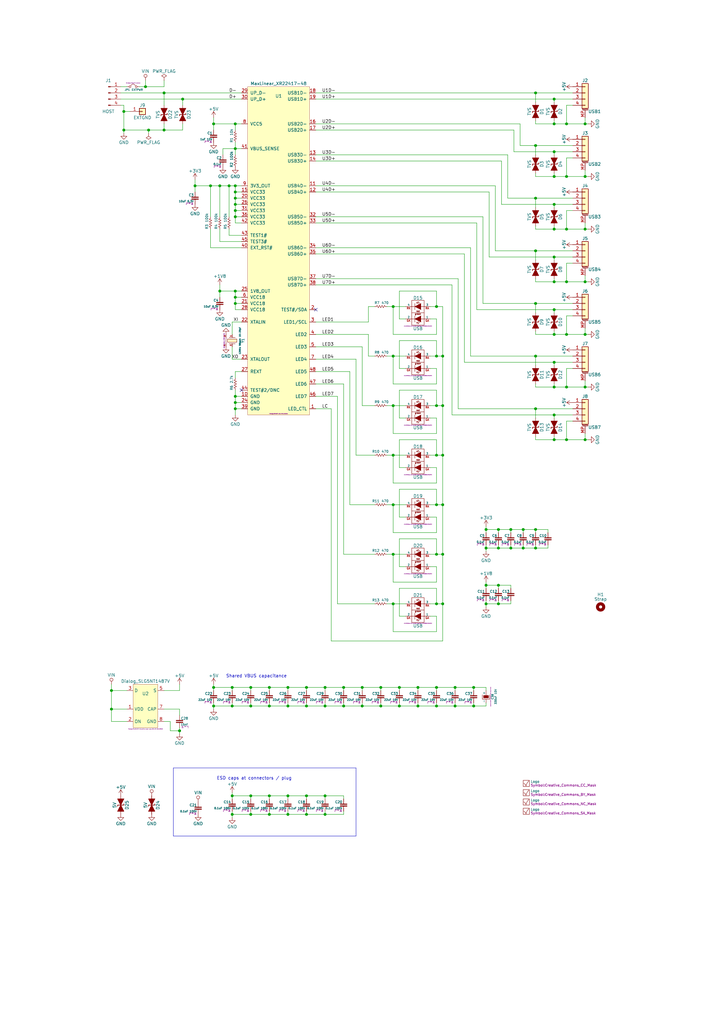
<source format=kicad_sch>
(kicad_sch (version 20210126) (generator eeschema)
  (paper "A3" portrait)
  (title_block (title "StickHub") (company "Stefan Hamminga (https://rbts.co)"))
  (junction (at 45.72 283.21) (diameter 1.016))
  (junction (at 45.72 290.83) (diameter 1.016))
  (junction (at 50.8 45.72) (diameter 1.016))
  (junction (at 50.8 53.34) (diameter 1.016))
  (junction (at 59.69 35.56) (diameter 1.016))
  (junction (at 60.96 53.34) (diameter 1.016))
  (junction (at 67.31 38.1) (diameter 1.016))
  (junction (at 67.31 53.34) (diameter 1.016))
  (junction (at 73.66 299.72) (diameter 1.016))
  (junction (at 74.93 40.64) (diameter 1.016))
  (junction (at 80.01 76.2) (diameter 1.016))
  (junction (at 86.36 76.2) (diameter 1.016))
  (junction (at 87.63 50.8) (diameter 1.016))
  (junction (at 87.63 281.94) (diameter 1.016))
  (junction (at 87.63 289.56) (diameter 1.016))
  (junction (at 90.17 76.2) (diameter 1.016))
  (junction (at 90.17 119.38) (diameter 1.016))
  (junction (at 93.98 76.2) (diameter 1.016))
  (junction (at 95.25 281.94) (diameter 1.016))
  (junction (at 95.25 289.56) (diameter 1.016))
  (junction (at 95.25 326.39) (diameter 1.016))
  (junction (at 95.25 334.01) (diameter 1.016))
  (junction (at 96.52 50.8) (diameter 1.016))
  (junction (at 96.52 60.96) (diameter 1.016))
  (junction (at 96.52 76.2) (diameter 1.016))
  (junction (at 96.52 78.74) (diameter 1.016))
  (junction (at 96.52 81.28) (diameter 1.016))
  (junction (at 96.52 83.82) (diameter 1.016))
  (junction (at 96.52 86.36) (diameter 1.016))
  (junction (at 96.52 88.9) (diameter 1.016))
  (junction (at 96.52 119.38) (diameter 1.016))
  (junction (at 96.52 121.92) (diameter 1.016))
  (junction (at 96.52 124.46) (diameter 1.016))
  (junction (at 96.52 162.56) (diameter 1.016))
  (junction (at 96.52 165.1) (diameter 1.016))
  (junction (at 96.52 167.64) (diameter 1.016))
  (junction (at 102.87 281.94) (diameter 1.016))
  (junction (at 102.87 289.56) (diameter 1.016))
  (junction (at 102.87 326.39) (diameter 1.016))
  (junction (at 102.87 334.01) (diameter 1.016))
  (junction (at 110.49 281.94) (diameter 1.016))
  (junction (at 110.49 289.56) (diameter 1.016))
  (junction (at 110.49 326.39) (diameter 1.016))
  (junction (at 110.49 334.01) (diameter 1.016))
  (junction (at 118.11 281.94) (diameter 1.016))
  (junction (at 118.11 289.56) (diameter 1.016))
  (junction (at 118.11 326.39) (diameter 1.016))
  (junction (at 118.11 334.01) (diameter 1.016))
  (junction (at 125.73 281.94) (diameter 1.016))
  (junction (at 125.73 289.56) (diameter 1.016))
  (junction (at 125.73 326.39) (diameter 1.016))
  (junction (at 125.73 334.01) (diameter 1.016))
  (junction (at 133.35 281.94) (diameter 1.016))
  (junction (at 133.35 289.56) (diameter 1.016))
  (junction (at 133.35 326.39) (diameter 1.016))
  (junction (at 133.35 334.01) (diameter 1.016))
  (junction (at 140.97 281.94) (diameter 1.016))
  (junction (at 140.97 289.56) (diameter 1.016))
  (junction (at 148.59 281.94) (diameter 1.016))
  (junction (at 148.59 289.56) (diameter 1.016))
  (junction (at 156.21 281.94) (diameter 1.016))
  (junction (at 156.21 289.56) (diameter 1.016))
  (junction (at 161.29 125.73) (diameter 1.016))
  (junction (at 161.29 146.05) (diameter 1.016))
  (junction (at 161.29 166.37) (diameter 1.016))
  (junction (at 161.29 186.69) (diameter 1.016))
  (junction (at 161.29 207.01) (diameter 1.016))
  (junction (at 161.29 227.33) (diameter 1.016))
  (junction (at 161.29 247.65) (diameter 1.016))
  (junction (at 163.83 281.94) (diameter 1.016))
  (junction (at 163.83 289.56) (diameter 1.016))
  (junction (at 171.45 281.94) (diameter 1.016))
  (junction (at 171.45 289.56) (diameter 1.016))
  (junction (at 179.07 125.73) (diameter 1.016))
  (junction (at 179.07 146.05) (diameter 1.016))
  (junction (at 179.07 166.37) (diameter 1.016))
  (junction (at 179.07 186.69) (diameter 1.016))
  (junction (at 179.07 207.01) (diameter 1.016))
  (junction (at 179.07 227.33) (diameter 1.016))
  (junction (at 179.07 247.65) (diameter 1.016))
  (junction (at 179.07 281.94) (diameter 1.016))
  (junction (at 179.07 289.56) (diameter 1.016))
  (junction (at 181.61 146.05) (diameter 1.016))
  (junction (at 181.61 166.37) (diameter 1.016))
  (junction (at 181.61 186.69) (diameter 1.016))
  (junction (at 181.61 207.01) (diameter 1.016))
  (junction (at 181.61 227.33) (diameter 1.016))
  (junction (at 181.61 247.65) (diameter 1.016))
  (junction (at 186.69 281.94) (diameter 1.016))
  (junction (at 186.69 289.56) (diameter 1.016))
  (junction (at 194.31 281.94) (diameter 1.016))
  (junction (at 194.31 289.56) (diameter 1.016))
  (junction (at 199.39 217.17) (diameter 1.016))
  (junction (at 199.39 224.79) (diameter 1.016))
  (junction (at 199.39 240.03) (diameter 1.016))
  (junction (at 199.39 247.65) (diameter 1.016))
  (junction (at 204.47 217.17) (diameter 1.016))
  (junction (at 204.47 224.79) (diameter 1.016))
  (junction (at 204.47 240.03) (diameter 1.016))
  (junction (at 204.47 247.65) (diameter 1.016))
  (junction (at 209.55 217.17) (diameter 1.016))
  (junction (at 209.55 224.79) (diameter 1.016))
  (junction (at 214.63 217.17) (diameter 1.016))
  (junction (at 214.63 224.79) (diameter 1.016))
  (junction (at 219.71 38.1) (diameter 1.016))
  (junction (at 219.71 59.69) (diameter 1.016))
  (junction (at 219.71 81.28) (diameter 1.016))
  (junction (at 219.71 102.87) (diameter 1.016))
  (junction (at 219.71 124.46) (diameter 1.016))
  (junction (at 219.71 146.05) (diameter 1.016))
  (junction (at 219.71 167.64) (diameter 1.016))
  (junction (at 219.71 217.17) (diameter 1.016))
  (junction (at 219.71 224.79) (diameter 1.016))
  (junction (at 227.33 40.64) (diameter 1.016))
  (junction (at 227.33 50.8) (diameter 1.016))
  (junction (at 227.33 62.23) (diameter 1.016))
  (junction (at 227.33 72.39) (diameter 1.016))
  (junction (at 227.33 83.82) (diameter 1.016))
  (junction (at 227.33 93.98) (diameter 1.016))
  (junction (at 227.33 105.41) (diameter 1.016))
  (junction (at 227.33 115.57) (diameter 1.016))
  (junction (at 227.33 127) (diameter 1.016))
  (junction (at 227.33 137.16) (diameter 1.016))
  (junction (at 227.33 148.59) (diameter 1.016))
  (junction (at 227.33 158.75) (diameter 1.016))
  (junction (at 227.33 170.18) (diameter 1.016))
  (junction (at 227.33 180.34) (diameter 1.016))
  (junction (at 232.41 50.8) (diameter 1.016))
  (junction (at 232.41 72.39) (diameter 1.016))
  (junction (at 232.41 93.98) (diameter 1.016))
  (junction (at 232.41 115.57) (diameter 1.016))
  (junction (at 232.41 137.16) (diameter 1.016))
  (junction (at 232.41 158.75) (diameter 1.016))
  (junction (at 232.41 180.34) (diameter 1.016))
  (junction (at 240.03 50.8) (diameter 1.016))
  (junction (at 240.03 72.39) (diameter 1.016))
  (junction (at 240.03 93.98) (diameter 1.016))
  (junction (at 240.03 115.57) (diameter 1.016))
  (junction (at 240.03 137.16) (diameter 1.016))
  (junction (at 240.03 158.75) (diameter 1.016))
  (junction (at 240.03 180.34) (diameter 1.016))
  (no_connect (at 99.06 160.02))
  (no_connect (at 129.54 127))
  (wire (pts (xy 45.72 280.67) (xy 45.72 283.21)))
  (wire (pts (xy 45.72 283.21) (xy 45.72 290.83)))
  (wire (pts (xy 45.72 283.21) (xy 52.07 283.21)))
  (wire (pts (xy 45.72 290.83) (xy 52.07 290.83)))
  (wire (pts (xy 45.72 295.91) (xy 45.72 290.83)))
  (wire (pts (xy 49.53 35.56) (xy 52.07 35.56)))
  (wire (pts (xy 49.53 38.1) (xy 67.31 38.1)))
  (wire (pts (xy 49.53 40.64) (xy 74.93 40.64)))
  (wire (pts (xy 49.53 43.18) (xy 50.8 43.18)))
  (wire (pts (xy 50.8 43.18) (xy 50.8 45.72)))
  (wire (pts (xy 50.8 45.72) (xy 50.8 53.34)))
  (wire (pts (xy 50.8 45.72) (xy 53.34 45.72)))
  (wire (pts (xy 50.8 53.34) (xy 50.8 54.61)))
  (wire (pts (xy 50.8 53.34) (xy 60.96 53.34)))
  (wire (pts (xy 52.07 295.91) (xy 45.72 295.91)))
  (wire (pts (xy 57.15 35.56) (xy 59.69 35.56)))
  (wire (pts (xy 59.69 35.56) (xy 59.69 33.02)))
  (wire (pts (xy 60.96 53.34) (xy 60.96 54.61)))
  (wire (pts (xy 60.96 53.34) (xy 67.31 53.34)))
  (wire (pts (xy 67.31 33.02) (xy 67.31 35.56)))
  (wire (pts (xy 67.31 35.56) (xy 59.69 35.56)))
  (wire (pts (xy 67.31 38.1) (xy 67.31 43.18)))
  (wire (pts (xy 67.31 38.1) (xy 99.06 38.1)))
  (wire (pts (xy 67.31 50.8) (xy 67.31 53.34)))
  (wire (pts (xy 67.31 53.34) (xy 74.93 53.34)))
  (wire (pts (xy 67.31 283.21) (xy 73.66 283.21)))
  (wire (pts (xy 67.31 290.83) (xy 73.66 290.83)))
  (wire (pts (xy 67.31 295.91) (xy 69.85 295.91)))
  (wire (pts (xy 69.85 295.91) (xy 69.85 299.72)))
  (wire (pts (xy 69.85 299.72) (xy 73.66 299.72)))
  (wire (pts (xy 73.66 283.21) (xy 73.66 280.67)))
  (wire (pts (xy 73.66 290.83) (xy 73.66 293.37)))
  (wire (pts (xy 73.66 298.45) (xy 73.66 299.72)))
  (wire (pts (xy 73.66 299.72) (xy 73.66 300.99)))
  (wire (pts (xy 74.93 40.64) (xy 74.93 43.18)))
  (wire (pts (xy 74.93 40.64) (xy 99.06 40.64)))
  (wire (pts (xy 74.93 50.8) (xy 74.93 53.34)))
  (wire (pts (xy 80.01 73.66) (xy 80.01 76.2)))
  (wire (pts (xy 80.01 76.2) (xy 80.01 78.74)))
  (wire (pts (xy 80.01 76.2) (xy 86.36 76.2)))
  (wire (pts (xy 86.36 76.2) (xy 90.17 76.2)))
  (wire (pts (xy 86.36 88.9) (xy 86.36 76.2)))
  (wire (pts (xy 86.36 101.6) (xy 86.36 93.98)))
  (wire (pts (xy 86.36 101.6) (xy 99.06 101.6)))
  (wire (pts (xy 87.63 48.26) (xy 87.63 50.8)))
  (wire (pts (xy 87.63 50.8) (xy 87.63 53.34)))
  (wire (pts (xy 87.63 50.8) (xy 96.52 50.8)))
  (wire (pts (xy 87.63 280.67) (xy 87.63 281.94)))
  (wire (pts (xy 87.63 281.94) (xy 87.63 283.21)))
  (wire (pts (xy 87.63 281.94) (xy 95.25 281.94)))
  (wire (pts (xy 87.63 288.29) (xy 87.63 289.56)))
  (wire (pts (xy 87.63 289.56) (xy 87.63 290.83)))
  (wire (pts (xy 87.63 289.56) (xy 95.25 289.56)))
  (wire (pts (xy 90.17 76.2) (xy 93.98 76.2)))
  (wire (pts (xy 90.17 88.9) (xy 90.17 76.2)))
  (wire (pts (xy 90.17 99.06) (xy 90.17 93.98)))
  (wire (pts (xy 90.17 116.84) (xy 90.17 119.38)))
  (wire (pts (xy 90.17 119.38) (xy 90.17 121.92)))
  (wire (pts (xy 90.17 119.38) (xy 96.52 119.38)))
  (wire (pts (xy 91.44 60.96) (xy 91.44 63.5)))
  (wire (pts (xy 93.98 76.2) (xy 93.98 88.9)))
  (wire (pts (xy 93.98 76.2) (xy 96.52 76.2)))
  (wire (pts (xy 93.98 93.98) (xy 93.98 96.52)))
  (wire (pts (xy 93.98 96.52) (xy 99.06 96.52)))
  (wire (pts (xy 95.25 132.08) (xy 99.06 132.08)))
  (wire (pts (xy 95.25 137.16) (xy 95.25 132.08)))
  (wire (pts (xy 95.25 142.24) (xy 95.25 147.32)))
  (wire (pts (xy 95.25 147.32) (xy 99.06 147.32)))
  (wire (pts (xy 95.25 281.94) (xy 95.25 283.21)))
  (wire (pts (xy 95.25 281.94) (xy 102.87 281.94)))
  (wire (pts (xy 95.25 288.29) (xy 95.25 289.56)))
  (wire (pts (xy 95.25 289.56) (xy 102.87 289.56)))
  (wire (pts (xy 95.25 325.12) (xy 95.25 326.39)))
  (wire (pts (xy 95.25 326.39) (xy 95.25 327.66)))
  (wire (pts (xy 95.25 326.39) (xy 102.87 326.39)))
  (wire (pts (xy 95.25 332.74) (xy 95.25 334.01)))
  (wire (pts (xy 95.25 334.01) (xy 95.25 335.28)))
  (wire (pts (xy 95.25 334.01) (xy 102.87 334.01)))
  (wire (pts (xy 96.52 50.8) (xy 99.06 50.8)))
  (wire (pts (xy 96.52 53.34) (xy 96.52 50.8)))
  (wire (pts (xy 96.52 60.96) (xy 91.44 60.96)))
  (wire (pts (xy 96.52 60.96) (xy 96.52 58.42)))
  (wire (pts (xy 96.52 60.96) (xy 96.52 63.5)))
  (wire (pts (xy 96.52 76.2) (xy 99.06 76.2)))
  (wire (pts (xy 96.52 78.74) (xy 96.52 76.2)))
  (wire (pts (xy 96.52 78.74) (xy 96.52 81.28)))
  (wire (pts (xy 96.52 81.28) (xy 96.52 83.82)))
  (wire (pts (xy 96.52 81.28) (xy 99.06 81.28)))
  (wire (pts (xy 96.52 83.82) (xy 96.52 86.36)))
  (wire (pts (xy 96.52 83.82) (xy 99.06 83.82)))
  (wire (pts (xy 96.52 86.36) (xy 96.52 88.9)))
  (wire (pts (xy 96.52 86.36) (xy 99.06 86.36)))
  (wire (pts (xy 96.52 88.9) (xy 96.52 91.44)))
  (wire (pts (xy 96.52 88.9) (xy 99.06 88.9)))
  (wire (pts (xy 96.52 91.44) (xy 99.06 91.44)))
  (wire (pts (xy 96.52 119.38) (xy 99.06 119.38)))
  (wire (pts (xy 96.52 121.92) (xy 96.52 119.38)))
  (wire (pts (xy 96.52 121.92) (xy 99.06 121.92)))
  (wire (pts (xy 96.52 124.46) (xy 96.52 121.92)))
  (wire (pts (xy 96.52 124.46) (xy 99.06 124.46)))
  (wire (pts (xy 96.52 127) (xy 96.52 124.46)))
  (wire (pts (xy 96.52 152.4) (xy 96.52 154.94)))
  (wire (pts (xy 96.52 160.02) (xy 96.52 162.56)))
  (wire (pts (xy 96.52 162.56) (xy 96.52 165.1)))
  (wire (pts (xy 96.52 162.56) (xy 99.06 162.56)))
  (wire (pts (xy 96.52 165.1) (xy 96.52 167.64)))
  (wire (pts (xy 96.52 165.1) (xy 99.06 165.1)))
  (wire (pts (xy 96.52 167.64) (xy 96.52 170.18)))
  (wire (pts (xy 96.52 167.64) (xy 99.06 167.64)))
  (wire (pts (xy 99.06 60.96) (xy 96.52 60.96)))
  (wire (pts (xy 99.06 78.74) (xy 96.52 78.74)))
  (wire (pts (xy 99.06 99.06) (xy 90.17 99.06)))
  (wire (pts (xy 99.06 127) (xy 96.52 127)))
  (wire (pts (xy 99.06 152.4) (xy 96.52 152.4)))
  (wire (pts (xy 102.87 281.94) (xy 102.87 283.21)))
  (wire (pts (xy 102.87 281.94) (xy 110.49 281.94)))
  (wire (pts (xy 102.87 288.29) (xy 102.87 289.56)))
  (wire (pts (xy 102.87 289.56) (xy 110.49 289.56)))
  (wire (pts (xy 102.87 326.39) (xy 102.87 327.66)))
  (wire (pts (xy 102.87 326.39) (xy 110.49 326.39)))
  (wire (pts (xy 102.87 332.74) (xy 102.87 334.01)))
  (wire (pts (xy 102.87 334.01) (xy 110.49 334.01)))
  (wire (pts (xy 110.49 281.94) (xy 110.49 283.21)))
  (wire (pts (xy 110.49 281.94) (xy 118.11 281.94)))
  (wire (pts (xy 110.49 288.29) (xy 110.49 289.56)))
  (wire (pts (xy 110.49 289.56) (xy 118.11 289.56)))
  (wire (pts (xy 110.49 326.39) (xy 110.49 327.66)))
  (wire (pts (xy 110.49 326.39) (xy 118.11 326.39)))
  (wire (pts (xy 110.49 332.74) (xy 110.49 334.01)))
  (wire (pts (xy 110.49 334.01) (xy 118.11 334.01)))
  (wire (pts (xy 118.11 281.94) (xy 118.11 283.21)))
  (wire (pts (xy 118.11 281.94) (xy 125.73 281.94)))
  (wire (pts (xy 118.11 288.29) (xy 118.11 289.56)))
  (wire (pts (xy 118.11 289.56) (xy 125.73 289.56)))
  (wire (pts (xy 118.11 326.39) (xy 118.11 327.66)))
  (wire (pts (xy 118.11 326.39) (xy 125.73 326.39)))
  (wire (pts (xy 118.11 332.74) (xy 118.11 334.01)))
  (wire (pts (xy 118.11 334.01) (xy 125.73 334.01)))
  (wire (pts (xy 125.73 281.94) (xy 125.73 283.21)))
  (wire (pts (xy 125.73 281.94) (xy 133.35 281.94)))
  (wire (pts (xy 125.73 289.56) (xy 125.73 288.29)))
  (wire (pts (xy 125.73 289.56) (xy 133.35 289.56)))
  (wire (pts (xy 125.73 326.39) (xy 125.73 327.66)))
  (wire (pts (xy 125.73 326.39) (xy 133.35 326.39)))
  (wire (pts (xy 125.73 332.74) (xy 125.73 334.01)))
  (wire (pts (xy 125.73 334.01) (xy 133.35 334.01)))
  (wire (pts (xy 129.54 38.1) (xy 219.71 38.1)))
  (wire (pts (xy 129.54 40.64) (xy 227.33 40.64)))
  (wire (pts (xy 129.54 50.8) (xy 213.36 50.8)))
  (wire (pts (xy 129.54 53.34) (xy 210.82 53.34)))
  (wire (pts (xy 129.54 63.5) (xy 208.28 63.5)))
  (wire (pts (xy 129.54 66.04) (xy 205.74 66.04)))
  (wire (pts (xy 129.54 76.2) (xy 203.2 76.2)))
  (wire (pts (xy 129.54 78.74) (xy 200.66 78.74)))
  (wire (pts (xy 129.54 88.9) (xy 198.12 88.9)))
  (wire (pts (xy 129.54 91.44) (xy 195.58 91.44)))
  (wire (pts (xy 129.54 101.6) (xy 193.04 101.6)))
  (wire (pts (xy 129.54 104.14) (xy 190.5 104.14)))
  (wire (pts (xy 129.54 114.3) (xy 187.96 114.3)))
  (wire (pts (xy 129.54 116.84) (xy 185.42 116.84)))
  (wire (pts (xy 129.54 132.08) (xy 151.13 132.08)))
  (wire (pts (xy 129.54 137.16) (xy 151.13 137.16)))
  (wire (pts (xy 129.54 142.24) (xy 148.59 142.24)))
  (wire (pts (xy 129.54 147.32) (xy 146.05 147.32)))
  (wire (pts (xy 129.54 152.4) (xy 143.51 152.4)))
  (wire (pts (xy 129.54 157.48) (xy 140.97 157.48)))
  (wire (pts (xy 129.54 162.56) (xy 138.43 162.56)))
  (wire (pts (xy 133.35 281.94) (xy 133.35 283.21)))
  (wire (pts (xy 133.35 281.94) (xy 140.97 281.94)))
  (wire (pts (xy 133.35 288.29) (xy 133.35 289.56)))
  (wire (pts (xy 133.35 289.56) (xy 140.97 289.56)))
  (wire (pts (xy 133.35 326.39) (xy 133.35 327.66)))
  (wire (pts (xy 133.35 326.39) (xy 140.97 326.39)))
  (wire (pts (xy 133.35 332.74) (xy 133.35 334.01)))
  (wire (pts (xy 133.35 334.01) (xy 140.97 334.01)))
  (wire (pts (xy 135.89 167.64) (xy 129.54 167.64)))
  (wire (pts (xy 135.89 262.89) (xy 135.89 167.64)))
  (wire (pts (xy 138.43 162.56) (xy 138.43 247.65)))
  (wire (pts (xy 138.43 247.65) (xy 153.67 247.65)))
  (wire (pts (xy 140.97 157.48) (xy 140.97 227.33)))
  (wire (pts (xy 140.97 227.33) (xy 153.67 227.33)))
  (wire (pts (xy 140.97 281.94) (xy 140.97 283.21)))
  (wire (pts (xy 140.97 281.94) (xy 148.59 281.94)))
  (wire (pts (xy 140.97 289.56) (xy 140.97 288.29)))
  (wire (pts (xy 140.97 326.39) (xy 140.97 327.66)))
  (wire (pts (xy 140.97 334.01) (xy 140.97 332.74)))
  (wire (pts (xy 143.51 152.4) (xy 143.51 207.01)))
  (wire (pts (xy 143.51 207.01) (xy 153.67 207.01)))
  (wire (pts (xy 146.05 147.32) (xy 146.05 186.69)))
  (wire (pts (xy 146.05 186.69) (xy 153.67 186.69)))
  (wire (pts (xy 148.59 142.24) (xy 148.59 166.37)))
  (wire (pts (xy 148.59 166.37) (xy 153.67 166.37)))
  (wire (pts (xy 148.59 281.94) (xy 148.59 283.21)))
  (wire (pts (xy 148.59 281.94) (xy 156.21 281.94)))
  (wire (pts (xy 148.59 288.29) (xy 148.59 289.56)))
  (wire (pts (xy 148.59 289.56) (xy 140.97 289.56)))
  (wire (pts (xy 148.59 289.56) (xy 156.21 289.56)))
  (wire (pts (xy 151.13 125.73) (xy 151.13 132.08)))
  (wire (pts (xy 151.13 137.16) (xy 151.13 146.05)))
  (wire (pts (xy 151.13 146.05) (xy 153.67 146.05)))
  (wire (pts (xy 153.67 125.73) (xy 151.13 125.73)))
  (wire (pts (xy 156.21 281.94) (xy 156.21 283.21)))
  (wire (pts (xy 156.21 281.94) (xy 163.83 281.94)))
  (wire (pts (xy 156.21 289.56) (xy 156.21 288.29)))
  (wire (pts (xy 156.21 289.56) (xy 163.83 289.56)))
  (wire (pts (xy 158.75 125.73) (xy 161.29 125.73)))
  (wire (pts (xy 158.75 146.05) (xy 161.29 146.05)))
  (wire (pts (xy 158.75 166.37) (xy 161.29 166.37)))
  (wire (pts (xy 158.75 186.69) (xy 161.29 186.69)))
  (wire (pts (xy 158.75 207.01) (xy 161.29 207.01)))
  (wire (pts (xy 158.75 227.33) (xy 161.29 227.33)))
  (wire (pts (xy 158.75 247.65) (xy 161.29 247.65)))
  (wire (pts (xy 161.29 125.73) (xy 166.37 125.73)))
  (wire (pts (xy 161.29 137.16) (xy 161.29 125.73)))
  (wire (pts (xy 161.29 146.05) (xy 166.37 146.05)))
  (wire (pts (xy 161.29 157.48) (xy 161.29 146.05)))
  (wire (pts (xy 161.29 166.37) (xy 166.37 166.37)))
  (wire (pts (xy 161.29 177.8) (xy 161.29 166.37)))
  (wire (pts (xy 161.29 186.69) (xy 166.37 186.69)))
  (wire (pts (xy 161.29 198.12) (xy 161.29 186.69)))
  (wire (pts (xy 161.29 207.01) (xy 166.37 207.01)))
  (wire (pts (xy 161.29 218.44) (xy 161.29 207.01)))
  (wire (pts (xy 161.29 227.33) (xy 166.37 227.33)))
  (wire (pts (xy 161.29 238.76) (xy 161.29 227.33)))
  (wire (pts (xy 161.29 247.65) (xy 166.37 247.65)))
  (wire (pts (xy 161.29 259.08) (xy 161.29 247.65)))
  (wire (pts (xy 163.83 119.38) (xy 179.07 119.38)))
  (wire (pts (xy 163.83 130.81) (xy 163.83 119.38)))
  (wire (pts (xy 163.83 139.7) (xy 179.07 139.7)))
  (wire (pts (xy 163.83 151.13) (xy 163.83 139.7)))
  (wire (pts (xy 163.83 160.02) (xy 179.07 160.02)))
  (wire (pts (xy 163.83 171.45) (xy 163.83 160.02)))
  (wire (pts (xy 163.83 180.34) (xy 179.07 180.34)))
  (wire (pts (xy 163.83 191.77) (xy 163.83 180.34)))
  (wire (pts (xy 163.83 200.66) (xy 179.07 200.66)))
  (wire (pts (xy 163.83 212.09) (xy 163.83 200.66)))
  (wire (pts (xy 163.83 220.98) (xy 179.07 220.98)))
  (wire (pts (xy 163.83 232.41) (xy 163.83 220.98)))
  (wire (pts (xy 163.83 241.3) (xy 179.07 241.3)))
  (wire (pts (xy 163.83 252.73) (xy 163.83 241.3)))
  (wire (pts (xy 163.83 281.94) (xy 163.83 283.21)))
  (wire (pts (xy 163.83 281.94) (xy 171.45 281.94)))
  (wire (pts (xy 163.83 289.56) (xy 163.83 288.29)))
  (wire (pts (xy 163.83 289.56) (xy 171.45 289.56)))
  (wire (pts (xy 166.37 130.81) (xy 163.83 130.81)))
  (wire (pts (xy 166.37 151.13) (xy 163.83 151.13)))
  (wire (pts (xy 166.37 171.45) (xy 163.83 171.45)))
  (wire (pts (xy 166.37 191.77) (xy 163.83 191.77)))
  (wire (pts (xy 166.37 212.09) (xy 163.83 212.09)))
  (wire (pts (xy 166.37 232.41) (xy 163.83 232.41)))
  (wire (pts (xy 166.37 252.73) (xy 163.83 252.73)))
  (wire (pts (xy 171.45 281.94) (xy 171.45 283.21)))
  (wire (pts (xy 171.45 281.94) (xy 179.07 281.94)))
  (wire (pts (xy 171.45 289.56) (xy 171.45 288.29)))
  (wire (pts (xy 176.53 130.81) (xy 179.07 130.81)))
  (wire (pts (xy 176.53 151.13) (xy 179.07 151.13)))
  (wire (pts (xy 176.53 171.45) (xy 179.07 171.45)))
  (wire (pts (xy 176.53 191.77) (xy 179.07 191.77)))
  (wire (pts (xy 176.53 212.09) (xy 179.07 212.09)))
  (wire (pts (xy 176.53 232.41) (xy 179.07 232.41)))
  (wire (pts (xy 176.53 252.73) (xy 179.07 252.73)))
  (wire (pts (xy 179.07 119.38) (xy 179.07 125.73)))
  (wire (pts (xy 179.07 125.73) (xy 176.53 125.73)))
  (wire (pts (xy 179.07 125.73) (xy 181.61 125.73)))
  (wire (pts (xy 179.07 130.81) (xy 179.07 137.16)))
  (wire (pts (xy 179.07 137.16) (xy 161.29 137.16)))
  (wire (pts (xy 179.07 139.7) (xy 179.07 146.05)))
  (wire (pts (xy 179.07 146.05) (xy 176.53 146.05)))
  (wire (pts (xy 179.07 146.05) (xy 181.61 146.05)))
  (wire (pts (xy 179.07 151.13) (xy 179.07 157.48)))
  (wire (pts (xy 179.07 157.48) (xy 161.29 157.48)))
  (wire (pts (xy 179.07 160.02) (xy 179.07 166.37)))
  (wire (pts (xy 179.07 166.37) (xy 176.53 166.37)))
  (wire (pts (xy 179.07 166.37) (xy 181.61 166.37)))
  (wire (pts (xy 179.07 171.45) (xy 179.07 177.8)))
  (wire (pts (xy 179.07 177.8) (xy 161.29 177.8)))
  (wire (pts (xy 179.07 180.34) (xy 179.07 186.69)))
  (wire (pts (xy 179.07 186.69) (xy 176.53 186.69)))
  (wire (pts (xy 179.07 186.69) (xy 181.61 186.69)))
  (wire (pts (xy 179.07 191.77) (xy 179.07 198.12)))
  (wire (pts (xy 179.07 198.12) (xy 161.29 198.12)))
  (wire (pts (xy 179.07 200.66) (xy 179.07 207.01)))
  (wire (pts (xy 179.07 207.01) (xy 176.53 207.01)))
  (wire (pts (xy 179.07 207.01) (xy 181.61 207.01)))
  (wire (pts (xy 179.07 212.09) (xy 179.07 218.44)))
  (wire (pts (xy 179.07 218.44) (xy 161.29 218.44)))
  (wire (pts (xy 179.07 220.98) (xy 179.07 227.33)))
  (wire (pts (xy 179.07 227.33) (xy 176.53 227.33)))
  (wire (pts (xy 179.07 227.33) (xy 181.61 227.33)))
  (wire (pts (xy 179.07 232.41) (xy 179.07 238.76)))
  (wire (pts (xy 179.07 238.76) (xy 161.29 238.76)))
  (wire (pts (xy 179.07 241.3) (xy 179.07 247.65)))
  (wire (pts (xy 179.07 247.65) (xy 176.53 247.65)))
  (wire (pts (xy 179.07 252.73) (xy 179.07 259.08)))
  (wire (pts (xy 179.07 259.08) (xy 161.29 259.08)))
  (wire (pts (xy 179.07 281.94) (xy 179.07 283.21)))
  (wire (pts (xy 179.07 281.94) (xy 186.69 281.94)))
  (wire (pts (xy 179.07 288.29) (xy 179.07 289.56)))
  (wire (pts (xy 179.07 289.56) (xy 171.45 289.56)))
  (wire (pts (xy 179.07 289.56) (xy 186.69 289.56)))
  (wire (pts (xy 181.61 125.73) (xy 181.61 146.05)))
  (wire (pts (xy 181.61 146.05) (xy 181.61 166.37)))
  (wire (pts (xy 181.61 166.37) (xy 181.61 186.69)))
  (wire (pts (xy 181.61 186.69) (xy 181.61 207.01)))
  (wire (pts (xy 181.61 207.01) (xy 181.61 227.33)))
  (wire (pts (xy 181.61 227.33) (xy 181.61 247.65)))
  (wire (pts (xy 181.61 247.65) (xy 179.07 247.65)))
  (wire (pts (xy 181.61 247.65) (xy 181.61 262.89)))
  (wire (pts (xy 181.61 262.89) (xy 135.89 262.89)))
  (wire (pts (xy 185.42 116.84) (xy 185.42 170.18)))
  (wire (pts (xy 185.42 170.18) (xy 227.33 170.18)))
  (wire (pts (xy 186.69 281.94) (xy 186.69 283.21)))
  (wire (pts (xy 186.69 281.94) (xy 194.31 281.94)))
  (wire (pts (xy 186.69 289.56) (xy 186.69 288.29)))
  (wire (pts (xy 186.69 289.56) (xy 194.31 289.56)))
  (wire (pts (xy 187.96 114.3) (xy 187.96 167.64)))
  (wire (pts (xy 187.96 167.64) (xy 219.71 167.64)))
  (wire (pts (xy 190.5 104.14) (xy 190.5 148.59)))
  (wire (pts (xy 190.5 148.59) (xy 227.33 148.59)))
  (wire (pts (xy 193.04 101.6) (xy 193.04 146.05)))
  (wire (pts (xy 193.04 146.05) (xy 219.71 146.05)))
  (wire (pts (xy 194.31 281.94) (xy 194.31 283.21)))
  (wire (pts (xy 194.31 281.94) (xy 199.39 281.94)))
  (wire (pts (xy 194.31 289.56) (xy 194.31 288.29)))
  (wire (pts (xy 195.58 91.44) (xy 195.58 127)))
  (wire (pts (xy 195.58 127) (xy 227.33 127)))
  (wire (pts (xy 198.12 88.9) (xy 198.12 124.46)))
  (wire (pts (xy 198.12 124.46) (xy 219.71 124.46)))
  (wire (pts (xy 199.39 215.9) (xy 199.39 217.17)))
  (wire (pts (xy 199.39 217.17) (xy 199.39 218.44)))
  (wire (pts (xy 199.39 223.52) (xy 199.39 224.79)))
  (wire (pts (xy 199.39 224.79) (xy 199.39 226.06)))
  (wire (pts (xy 199.39 224.79) (xy 204.47 224.79)))
  (wire (pts (xy 199.39 238.76) (xy 199.39 240.03)))
  (wire (pts (xy 199.39 240.03) (xy 199.39 241.3)))
  (wire (pts (xy 199.39 240.03) (xy 204.47 240.03)))
  (wire (pts (xy 199.39 246.38) (xy 199.39 247.65)))
  (wire (pts (xy 199.39 247.65) (xy 199.39 248.92)))
  (wire (pts (xy 199.39 247.65) (xy 204.47 247.65)))
  (wire (pts (xy 199.39 281.94) (xy 199.39 283.21)))
  (wire (pts (xy 199.39 288.29) (xy 199.39 289.56)))
  (wire (pts (xy 199.39 289.56) (xy 194.31 289.56)))
  (wire (pts (xy 200.66 78.74) (xy 200.66 105.41)))
  (wire (pts (xy 200.66 105.41) (xy 227.33 105.41)))
  (wire (pts (xy 203.2 76.2) (xy 203.2 102.87)))
  (wire (pts (xy 203.2 102.87) (xy 219.71 102.87)))
  (wire (pts (xy 204.47 217.17) (xy 199.39 217.17)))
  (wire (pts (xy 204.47 217.17) (xy 204.47 218.44)))
  (wire (pts (xy 204.47 223.52) (xy 204.47 224.79)))
  (wire (pts (xy 204.47 224.79) (xy 209.55 224.79)))
  (wire (pts (xy 204.47 240.03) (xy 204.47 241.3)))
  (wire (pts (xy 204.47 240.03) (xy 209.55 240.03)))
  (wire (pts (xy 204.47 246.38) (xy 204.47 247.65)))
  (wire (pts (xy 204.47 247.65) (xy 209.55 247.65)))
  (wire (pts (xy 205.74 66.04) (xy 205.74 83.82)))
  (wire (pts (xy 205.74 83.82) (xy 227.33 83.82)))
  (wire (pts (xy 208.28 63.5) (xy 208.28 81.28)))
  (wire (pts (xy 208.28 81.28) (xy 219.71 81.28)))
  (wire (pts (xy 209.55 217.17) (xy 204.47 217.17)))
  (wire (pts (xy 209.55 217.17) (xy 209.55 218.44)))
  (wire (pts (xy 209.55 223.52) (xy 209.55 224.79)))
  (wire (pts (xy 209.55 224.79) (xy 214.63 224.79)))
  (wire (pts (xy 209.55 240.03) (xy 209.55 241.3)))
  (wire (pts (xy 209.55 247.65) (xy 209.55 246.38)))
  (wire (pts (xy 210.82 53.34) (xy 210.82 62.23)))
  (wire (pts (xy 210.82 62.23) (xy 227.33 62.23)))
  (wire (pts (xy 213.36 50.8) (xy 213.36 59.69)))
  (wire (pts (xy 213.36 59.69) (xy 219.71 59.69)))
  (wire (pts (xy 214.63 217.17) (xy 209.55 217.17)))
  (wire (pts (xy 214.63 217.17) (xy 214.63 218.44)))
  (wire (pts (xy 214.63 223.52) (xy 214.63 224.79)))
  (wire (pts (xy 214.63 224.79) (xy 219.71 224.79)))
  (wire (pts (xy 219.71 38.1) (xy 219.71 41.91)))
  (wire (pts (xy 219.71 38.1) (xy 234.95 38.1)))
  (wire (pts (xy 219.71 49.53) (xy 219.71 50.8)))
  (wire (pts (xy 219.71 50.8) (xy 227.33 50.8)))
  (wire (pts (xy 219.71 59.69) (xy 219.71 63.5)))
  (wire (pts (xy 219.71 59.69) (xy 234.95 59.69)))
  (wire (pts (xy 219.71 71.12) (xy 219.71 72.39)))
  (wire (pts (xy 219.71 72.39) (xy 227.33 72.39)))
  (wire (pts (xy 219.71 81.28) (xy 219.71 85.09)))
  (wire (pts (xy 219.71 81.28) (xy 234.95 81.28)))
  (wire (pts (xy 219.71 92.71) (xy 219.71 93.98)))
  (wire (pts (xy 219.71 93.98) (xy 227.33 93.98)))
  (wire (pts (xy 219.71 102.87) (xy 219.71 106.68)))
  (wire (pts (xy 219.71 102.87) (xy 234.95 102.87)))
  (wire (pts (xy 219.71 114.3) (xy 219.71 115.57)))
  (wire (pts (xy 219.71 115.57) (xy 227.33 115.57)))
  (wire (pts (xy 219.71 124.46) (xy 219.71 128.27)))
  (wire (pts (xy 219.71 124.46) (xy 234.95 124.46)))
  (wire (pts (xy 219.71 135.89) (xy 219.71 137.16)))
  (wire (pts (xy 219.71 137.16) (xy 227.33 137.16)))
  (wire (pts (xy 219.71 146.05) (xy 219.71 149.86)))
  (wire (pts (xy 219.71 146.05) (xy 234.95 146.05)))
  (wire (pts (xy 219.71 157.48) (xy 219.71 158.75)))
  (wire (pts (xy 219.71 158.75) (xy 227.33 158.75)))
  (wire (pts (xy 219.71 167.64) (xy 219.71 171.45)))
  (wire (pts (xy 219.71 167.64) (xy 234.95 167.64)))
  (wire (pts (xy 219.71 179.07) (xy 219.71 180.34)))
  (wire (pts (xy 219.71 180.34) (xy 227.33 180.34)))
  (wire (pts (xy 219.71 217.17) (xy 214.63 217.17)))
  (wire (pts (xy 219.71 217.17) (xy 219.71 218.44)))
  (wire (pts (xy 219.71 223.52) (xy 219.71 224.79)))
  (wire (pts (xy 219.71 224.79) (xy 224.79 224.79)))
  (wire (pts (xy 224.79 217.17) (xy 219.71 217.17)))
  (wire (pts (xy 224.79 218.44) (xy 224.79 217.17)))
  (wire (pts (xy 224.79 224.79) (xy 224.79 223.52)))
  (wire (pts (xy 227.33 40.64) (xy 227.33 41.91)))
  (wire (pts (xy 227.33 40.64) (xy 234.95 40.64)))
  (wire (pts (xy 227.33 49.53) (xy 227.33 50.8)))
  (wire (pts (xy 227.33 50.8) (xy 232.41 50.8)))
  (wire (pts (xy 227.33 62.23) (xy 227.33 63.5)))
  (wire (pts (xy 227.33 62.23) (xy 234.95 62.23)))
  (wire (pts (xy 227.33 71.12) (xy 227.33 72.39)))
  (wire (pts (xy 227.33 72.39) (xy 232.41 72.39)))
  (wire (pts (xy 227.33 83.82) (xy 227.33 85.09)))
  (wire (pts (xy 227.33 83.82) (xy 234.95 83.82)))
  (wire (pts (xy 227.33 92.71) (xy 227.33 93.98)))
  (wire (pts (xy 227.33 93.98) (xy 232.41 93.98)))
  (wire (pts (xy 227.33 105.41) (xy 227.33 106.68)))
  (wire (pts (xy 227.33 105.41) (xy 234.95 105.41)))
  (wire (pts (xy 227.33 114.3) (xy 227.33 115.57)))
  (wire (pts (xy 227.33 115.57) (xy 232.41 115.57)))
  (wire (pts (xy 227.33 127) (xy 227.33 128.27)))
  (wire (pts (xy 227.33 127) (xy 234.95 127)))
  (wire (pts (xy 227.33 135.89) (xy 227.33 137.16)))
  (wire (pts (xy 227.33 137.16) (xy 232.41 137.16)))
  (wire (pts (xy 227.33 148.59) (xy 227.33 149.86)))
  (wire (pts (xy 227.33 148.59) (xy 234.95 148.59)))
  (wire (pts (xy 227.33 157.48) (xy 227.33 158.75)))
  (wire (pts (xy 227.33 158.75) (xy 232.41 158.75)))
  (wire (pts (xy 227.33 170.18) (xy 227.33 171.45)))
  (wire (pts (xy 227.33 170.18) (xy 234.95 170.18)))
  (wire (pts (xy 227.33 179.07) (xy 227.33 180.34)))
  (wire (pts (xy 227.33 180.34) (xy 232.41 180.34)))
  (wire (pts (xy 232.41 43.18) (xy 232.41 50.8)))
  (wire (pts (xy 232.41 50.8) (xy 240.03 50.8)))
  (wire (pts (xy 232.41 64.77) (xy 232.41 72.39)))
  (wire (pts (xy 232.41 72.39) (xy 240.03 72.39)))
  (wire (pts (xy 232.41 86.36) (xy 232.41 93.98)))
  (wire (pts (xy 232.41 93.98) (xy 240.03 93.98)))
  (wire (pts (xy 232.41 107.95) (xy 232.41 115.57)))
  (wire (pts (xy 232.41 115.57) (xy 240.03 115.57)))
  (wire (pts (xy 232.41 129.54) (xy 232.41 137.16)))
  (wire (pts (xy 232.41 137.16) (xy 240.03 137.16)))
  (wire (pts (xy 232.41 151.13) (xy 232.41 158.75)))
  (wire (pts (xy 232.41 158.75) (xy 240.03 158.75)))
  (wire (pts (xy 232.41 172.72) (xy 232.41 180.34)))
  (wire (pts (xy 232.41 180.34) (xy 240.03 180.34)))
  (wire (pts (xy 234.95 43.18) (xy 232.41 43.18)))
  (wire (pts (xy 234.95 64.77) (xy 232.41 64.77)))
  (wire (pts (xy 234.95 86.36) (xy 232.41 86.36)))
  (wire (pts (xy 234.95 107.95) (xy 232.41 107.95)))
  (wire (pts (xy 234.95 129.54) (xy 232.41 129.54)))
  (wire (pts (xy 234.95 151.13) (xy 232.41 151.13)))
  (wire (pts (xy 234.95 172.72) (xy 232.41 172.72)))
  (wire (pts (xy 240.03 50.8) (xy 240.03 48.26)))
  (wire (pts (xy 240.03 50.8) (xy 241.3 50.8)))
  (wire (pts (xy 240.03 72.39) (xy 240.03 69.85)))
  (wire (pts (xy 240.03 72.39) (xy 241.3 72.39)))
  (wire (pts (xy 240.03 93.98) (xy 240.03 91.44)))
  (wire (pts (xy 240.03 93.98) (xy 241.3 93.98)))
  (wire (pts (xy 240.03 115.57) (xy 240.03 113.03)))
  (wire (pts (xy 240.03 115.57) (xy 241.3 115.57)))
  (wire (pts (xy 240.03 137.16) (xy 240.03 134.62)))
  (wire (pts (xy 240.03 137.16) (xy 241.3 137.16)))
  (wire (pts (xy 240.03 158.75) (xy 240.03 156.21)))
  (wire (pts (xy 240.03 158.75) (xy 241.3 158.75)))
  (wire (pts (xy 240.03 180.34) (xy 240.03 177.8)))
  (wire (pts (xy 240.03 180.34) (xy 241.3 180.34)))
  (polyline (pts (xy 71.12 314.96) (xy 71.12 342.9)) (stroke (width 0) (type solid)))
  (polyline (pts (xy 71.12 314.96) (xy 146.05 314.96)) (stroke (width 0) (type solid)))
  (polyline (pts (xy 146.05 314.96) (xy 146.05 342.9)) (stroke (width 0) (type solid)))
  (polyline (pts (xy 146.05 342.9) (xy 71.12 342.9)) (stroke (width 0) (type solid)))
  (text "ESD caps at connectors / plug" (at 88.9 320.04 0) (effects (font (size 1.27 1.27)) (justify left bottom)))
  (text "Shared VBUS capacitance" (at 92.71 278.13 0) (effects (font (size 1.27 1.27)) (justify left bottom)))
  (label "D-" (at 93.98 38.1 0))
  (label "D+" (at 93.98 40.64 0))
  (label "XI" (at 97.79 132.08 180))
  (label "XO" (at 97.79 147.32 180))
  (label "U1D-" (at 132.08 38.1 0))
  (label "U1D+" (at 132.08 40.64 0))
  (label "U2D-" (at 132.08 50.8 0))
  (label "U2D+" (at 132.08 53.34 0))
  (label "U3D-" (at 132.08 63.5 0))
  (label "U3D+" (at 132.08 66.04 0))
  (label "U4D-" (at 132.08 76.2 0))
  (label "U4D+" (at 132.08 78.74 0))
  (label "U5D-" (at 132.08 88.9 0))
  (label "U5D+" (at 132.08 91.44 0))
  (label "U6D-" (at 132.08 101.6 0))
  (label "U6D+" (at 132.08 104.14 0))
  (label "U7D-" (at 132.08 114.3 0))
  (label "U7D+" (at 132.08 116.84 0))
  (label "LED1" (at 132.08 132.08 0))
  (label "LED2" (at 132.08 137.16 0))
  (label "LED3" (at 132.08 142.24 0))
  (label "LED4" (at 132.08 147.32 0))
  (label "LED5" (at 132.08 152.4 0))
  (label "LED6" (at 132.08 157.48 0))
  (label "LED7" (at 132.08 162.56 0))
  (label "LC" (at 132.08 167.64 0))
  (symbol (lib_id "power:PWR_FLAG") (at 60.96 54.61 180) (unit 1)
    (property "Reference" "#FLG0101" (effects hide))
    (property "Value" "PWR_FLAG" (at 60.96 58.42 0))
  )
  (symbol (lib_id "power:PWR_FLAG") (at 67.31 33.02 0) (unit 1)
    (property "Reference" "#FLG?" (effects hide))
    (property "Value" "PWR_FLAG" (at 67.31 29.21 0))
  )
  (symbol (lib_id "RobotProtos:RSMALL") (at 86.36 91.44 0) (unit 1)
    (property "Reference" "R3" (at 84.836 91.948 90) (effects (font (size 0.9906 0.9906)) (justify right)))
    (property "Value" "100k" (at 84.836 91.186 90) (effects (font (size 0.991 0.991)) (justify left)))
    (property "Footprint" "Resistor_SMD:1005_C" (effects hide))
    (property "USD_per_1000" "0,024" (effects hide))
    (property "USD_per_1" "0,08" (effects hide))
    (property "Description" "100k 1%" (effects hide))
    (property "MPN" "0402WGF1003TCE" (effects hide))
  )
  (symbol (lib_id "RobotProtos:RSMALL") (at 90.17 91.44 0) (unit 1)
    (property "Reference" "R4" (at 88.646 91.948 90) (effects (font (size 0.9906 0.9906)) (justify right)))
    (property "Value" "100k" (at 88.646 91.186 90) (effects (font (size 0.991 0.991)) (justify left)))
    (property "Footprint" "Resistor_SMD:1005_C" (effects hide))
    (property "USD_per_1000" "0,024" (effects hide))
    (property "USD_per_1" "0,08" (effects hide))
    (property "Description" "100k 1%" (effects hide))
    (property "MPN" "0402WGF1003TCE" (effects hide))
  )
  (symbol (lib_id "RobotProtos:RSMALL") (at 93.98 91.44 0) (unit 1)
    (property "Reference" "R5" (at 92.456 91.948 90) (effects (font (size 0.9906 0.9906)) (justify right)))
    (property "Value" "100k" (at 92.456 91.186 90) (effects (font (size 0.991 0.991)) (justify left)))
    (property "Footprint" "Resistor_SMD:1005_C" (effects hide))
    (property "USD_per_1000" "0,024" (effects hide))
    (property "USD_per_1" "0,08" (effects hide))
    (property "Description" "100k 1%" (effects hide))
    (property "MPN" "0402WGF1003TCE" (effects hide))
  )
  (symbol (lib_id "RobotProtos:RSMALL") (at 96.52 55.88 0) (unit 1)
    (property "Reference" "R1" (at 94.996 56.388 90) (effects (font (size 0.9906 0.9906)) (justify right)))
    (property "Value" "10k" (at 94.996 55.626 90) (effects (font (size 0.991 0.991)) (justify left)))
    (property "Footprint" "Resistor_SMD:1005_C" (effects hide))
    (property "USD_per_1000" "0,024" (effects hide))
    (property "USD_per_1" "0,08" (effects hide))
    (property "Description" "10k 1%" (effects hide))
    (property "MPN" "0402WGF1002TCE" (effects hide))
  )
  (symbol (lib_id "RobotProtos:RSMALL") (at 96.52 66.04 0) (unit 1)
    (property "Reference" "R2" (at 94.996 66.548 90) (effects (font (size 0.9906 0.9906)) (justify right)))
    (property "Value" "100k" (at 94.996 65.786 90) (effects (font (size 0.991 0.991)) (justify left)))
    (property "Footprint" "Resistor_SMD:1005_C" (effects hide))
    (property "USD_per_1000" "0,024" (effects hide))
    (property "USD_per_1" "0,08" (effects hide))
    (property "Description" "100k 1%" (effects hide))
    (property "MPN" "0402WGF1003TCE" (effects hide))
  )
  (symbol (lib_id "RobotProtos:RSMALL") (at 96.52 157.48 0) (unit 1)
    (property "Reference" "R6" (at 94.996 157.988 90) (effects (font (size 0.9906 0.9906)) (justify right)))
    (property "Value" "2.7k" (at 94.996 157.226 90) (effects (font (size 0.991 0.991)) (justify left)))
    (property "Footprint" "Resistor_SMD:1005_C" (effects hide))
    (property "USD_per_1000" "0,024" (effects hide))
    (property "USD_per_1" "0,08" (effects hide))
    (property "Description" "2.7k 1%" (effects hide))
    (property "MPN" "0402WGF2701TCE" (effects hide))
  )
  (symbol (lib_id "RobotProtos:RSMALL") (at 156.21 125.73 270) (unit 1)
    (property "Reference" "R7" (at 155.702 124.206 90) (effects (font (size 0.9906 0.9906)) (justify right)))
    (property "Value" "470" (at 156.464 124.206 90) (effects (font (size 0.991 0.991)) (justify left)))
    (property "Footprint" "Resistor_SMD:1005_C" (effects hide))
    (property "USD_per_1000" "0,024" (effects hide))
    (property "USD_per_1" "0,08" (effects hide))
    (property "Description" "470 1%" (effects hide))
    (property "MPN" "0402WGF4700TCE" (effects hide))
  )
  (symbol (lib_id "RobotProtos:RSMALL") (at 156.21 146.05 270) (unit 1)
    (property "Reference" "R8" (at 155.702 144.526 90) (effects (font (size 0.9906 0.9906)) (justify right)))
    (property "Value" "470" (at 156.464 144.526 90) (effects (font (size 0.991 0.991)) (justify left)))
    (property "Footprint" "Resistor_SMD:1005_C" (effects hide))
    (property "USD_per_1000" "0,024" (effects hide))
    (property "USD_per_1" "0,08" (effects hide))
    (property "Description" "470 1%" (effects hide))
    (property "MPN" "0402WGF4700TCE" (effects hide))
  )
  (symbol (lib_id "RobotProtos:RSMALL") (at 156.21 166.37 270) (unit 1)
    (property "Reference" "R9" (at 155.702 164.846 90) (effects (font (size 0.9906 0.9906)) (justify right)))
    (property "Value" "470" (at 156.464 164.846 90) (effects (font (size 0.991 0.991)) (justify left)))
    (property "Footprint" "Resistor_SMD:1005_C" (effects hide))
    (property "USD_per_1000" "0,024" (effects hide))
    (property "USD_per_1" "0,08" (effects hide))
    (property "Description" "470 1%" (effects hide))
    (property "MPN" "0402WGF4700TCE" (effects hide))
  )
  (symbol (lib_id "RobotProtos:RSMALL") (at 156.21 186.69 270) (unit 1)
    (property "Reference" "R10" (at 155.702 185.166 90) (effects (font (size 0.9906 0.9906)) (justify right)))
    (property "Value" "470" (at 156.464 185.166 90) (effects (font (size 0.991 0.991)) (justify left)))
    (property "Footprint" "Resistor_SMD:1005_C" (effects hide))
    (property "USD_per_1000" "0,024" (effects hide))
    (property "USD_per_1" "0,08" (effects hide))
    (property "Description" "470 1%" (effects hide))
    (property "MPN" "0402WGF4700TCE" (effects hide))
  )
  (symbol (lib_id "RobotProtos:RSMALL") (at 156.21 207.01 270) (unit 1)
    (property "Reference" "R11" (at 155.702 205.486 90) (effects (font (size 0.9906 0.9906)) (justify right)))
    (property "Value" "470" (at 156.464 205.486 90) (effects (font (size 0.991 0.991)) (justify left)))
    (property "Footprint" "Resistor_SMD:1005_C" (effects hide))
    (property "USD_per_1000" "0,024" (effects hide))
    (property "USD_per_1" "0,08" (effects hide))
    (property "Description" "470 1%" (effects hide))
    (property "MPN" "0402WGF4700TCE" (effects hide))
  )
  (symbol (lib_id "RobotProtos:RSMALL") (at 156.21 227.33 270) (unit 1)
    (property "Reference" "R12" (at 155.702 225.806 90) (effects (font (size 0.9906 0.9906)) (justify right)))
    (property "Value" "470" (at 156.464 225.806 90) (effects (font (size 0.991 0.991)) (justify left)))
    (property "Footprint" "Resistor_SMD:1005_C" (effects hide))
    (property "USD_per_1000" "0,024" (effects hide))
    (property "USD_per_1" "0,08" (effects hide))
    (property "Description" "470 1%" (effects hide))
    (property "MPN" "0402WGF4700TCE" (effects hide))
  )
  (symbol (lib_id "RobotProtos:RSMALL") (at 156.21 247.65 270) (unit 1)
    (property "Reference" "R13" (at 155.702 246.126 90) (effects (font (size 0.9906 0.9906)) (justify right)))
    (property "Value" "470" (at 156.464 246.126 90) (effects (font (size 0.991 0.991)) (justify left)))
    (property "Footprint" "Resistor_SMD:1005_C" (effects hide))
    (property "USD_per_1000" "0,024" (effects hide))
    (property "USD_per_1" "0,08" (effects hide))
    (property "Description" "470 1%" (effects hide))
    (property "MPN" "0402WGF4700TCE" (effects hide))
  )
  (symbol (lib_id "RobotProtos:Logo") (at 215.9 321.31 0) (unit 1)
    (property "Reference" "LOGO1" (effects hide))
    (property "Value" "Logo" (at 217.678 320.548 0) (effects (font (size 0.9906 0.9906)) (justify left)))
    (property "Footprint" "Symbol:Creative_Commons_CC_Mask" (at 217.678 322.072 0) (effects (font (size 0.991 0.991)) (justify left)))
    (property "Description" "Not Populated" (effects hide))
  )
  (symbol (lib_id "RobotProtos:Logo") (at 215.9 325.12 0) (unit 1)
    (property "Reference" "LOGO2" (effects hide))
    (property "Value" "Logo" (at 217.678 324.358 0) (effects (font (size 0.9906 0.9906)) (justify left)))
    (property "Footprint" "Symbol:Creative_Commons_BY_Mask" (at 217.678 325.882 0) (effects (font (size 0.991 0.991)) (justify left)))
    (property "Description" "Not Populated" (effects hide))
  )
  (symbol (lib_id "RobotProtos:Logo") (at 215.9 328.93 0) (unit 1)
    (property "Reference" "LOGO3" (effects hide))
    (property "Value" "Logo" (at 217.678 328.168 0) (effects (font (size 0.9906 0.9906)) (justify left)))
    (property "Footprint" "Symbol:Creative_Commons_NC_Mask" (at 217.678 329.692 0) (effects (font (size 0.991 0.991)) (justify left)))
    (property "Description" "Not Populated" (effects hide))
  )
  (symbol (lib_id "RobotProtos:Logo") (at 215.9 332.74 0) (unit 1)
    (property "Reference" "LOGO4" (effects hide))
    (property "Value" "Logo" (at 217.678 331.978 0) (effects (font (size 0.9906 0.9906)) (justify left)))
    (property "Footprint" "Symbol:Creative_Commons_SA_Mask" (at 217.678 333.502 0) (effects (font (size 0.991 0.991)) (justify left)))
    (property "Description" "Not Populated" (effects hide))
  )
  (symbol (lib_id "RobotProtos:VIN") (at 45.72 280.67 0) (unit 1)
    (property "Reference" "#PWR036" (effects hide))
    (property "Value" "VIN" (at 45.72 276.86 0))
  )
  (symbol (lib_id "RobotProtos:VIN") (at 59.69 33.02 0) (unit 1)
    (property "Reference" "#PWR01" (effects hide))
    (property "Value" "VIN" (at 59.69 29.21 0))
  )
  (symbol (lib_id "RobotProtos:VIN") (at 62.23 326.39 0) (unit 1)
    (property "Reference" "#PWR032" (effects hide))
    (property "Value" "VIN" (at 62.23 322.58 0))
  )
  (symbol (lib_id "RobotProtos:VIN") (at 81.28 328.93 0) (unit 1)
    (property "Reference" "#PWR042" (effects hide))
    (property "Value" "VIN" (at 81.28 325.12 0))
  )
  (symbol (lib_id "power:+5V") (at 49.53 326.39 0) (unit 1)
    (property "Reference" "#PWR040" (effects hide))
    (property "Value" "+5V" (at 49.53 322.834 0))
  )
  (symbol (lib_id "power:+5V") (at 73.66 280.67 0) (unit 1)
    (property "Reference" "#PWR037" (effects hide))
    (property "Value" "+5V" (at 73.66 277.114 0))
  )
  (symbol (lib_id "power:+3.3V") (at 80.01 73.66 0) (unit 1)
    (property "Reference" "#PWR011" (effects hide))
    (property "Value" "+3.3V" (at 80.01 70.104 0))
  )
  (symbol (lib_id "power:+5V") (at 87.63 48.26 0) (unit 1)
    (property "Reference" "#PWR04" (effects hide))
    (property "Value" "+5V" (at 87.63 44.704 0))
  )
  (symbol (lib_id "power:+5V") (at 87.63 280.67 0) (unit 1)
    (property "Reference" "#PWR038" (effects hide))
    (property "Value" "+5V" (at 87.63 277.114 0))
  )
  (symbol (lib_id "power:+1V8") (at 90.17 116.84 0) (unit 1)
    (property "Reference" "#PWR017" (effects hide))
    (property "Value" "+1V8" (at 90.17 113.284 0))
  )
  (symbol (lib_id "power:+5V") (at 95.25 325.12 0) (mirror y) (unit 1)
    (property "Reference" "#PWR034" (effects hide))
    (property "Value" "+5V" (at 95.25 321.564 0))
  )
  (symbol (lib_id "power:+3.3V") (at 199.39 215.9 0) (unit 1)
    (property "Reference" "#PWR028" (effects hide))
    (property "Value" "+3.3V" (at 199.39 212.344 0))
  )
  (symbol (lib_id "power:+1V8") (at 199.39 238.76 0) (unit 1)
    (property "Reference" "#PWR030" (effects hide))
    (property "Value" "+1V8" (at 199.39 235.204 0))
  )
  (symbol (lib_id "power:+5V") (at 234.95 35.56 90) (mirror x) (unit 1)
    (property "Reference" "#PWR02" (effects hide))
    (property "Value" "+5V" (at 231.394 35.56 0))
  )
  (symbol (lib_id "power:+5V") (at 234.95 57.15 90) (mirror x) (unit 1)
    (property "Reference" "#PWR06" (effects hide))
    (property "Value" "+5V" (at 231.394 57.15 0))
  )
  (symbol (lib_id "power:+5V") (at 234.95 78.74 90) (mirror x) (unit 1)
    (property "Reference" "#PWR012" (effects hide))
    (property "Value" "+5V" (at 231.394 78.74 0))
  )
  (symbol (lib_id "power:+5V") (at 234.95 100.33 90) (mirror x) (unit 1)
    (property "Reference" "#PWR015" (effects hide))
    (property "Value" "+5V" (at 231.394 100.33 0))
  )
  (symbol (lib_id "power:+5V") (at 234.95 121.92 90) (mirror x) (unit 1)
    (property "Reference" "#PWR018" (effects hide))
    (property "Value" "+5V" (at 231.394 121.92 0))
  )
  (symbol (lib_id "power:+5V") (at 234.95 143.51 90) (mirror x) (unit 1)
    (property "Reference" "#PWR023" (effects hide))
    (property "Value" "+5V" (at 231.394 143.51 0))
  )
  (symbol (lib_id "power:+5V") (at 234.95 165.1 90) (mirror x) (unit 1)
    (property "Reference" "#PWR025" (effects hide))
    (property "Value" "+5V" (at 231.394 165.1 0))
  )
  (symbol (lib_id "RobotProtos:JUMPER") (at 54.61 35.56 0) (unit 1)
    (property "Reference" "JP1" (at 53.34 36.83 0) (effects (font (size 0.7874 0.7874)) (justify right)))
    (property "Value" "EXTPWR" (at 53.975 36.83 0) (effects (font (size 0.787 0.787)) (justify left)))
    (property "Footprint" "SH_Solder_Pads:JP-2_1.5x1.5" (at 54.61 34.036 0) (effects (font (size 0.254 0.254))))
    (property "Description" "Not Populated" (effects hide))
  )
  (symbol (lib_id "power:GND") (at 49.53 334.01 0) (unit 1)
    (property "Reference" "#PWR044" (effects hide))
    (property "Value" "GND" (at 49.53 337.82 0))
  )
  (symbol (lib_id "power:GND") (at 50.8 54.61 0) (unit 1)
    (property "Reference" "#PWR03" (effects hide))
    (property "Value" "GND" (at 50.8 58.42 0))
  )
  (symbol (lib_id "power:GND") (at 62.23 334.01 0) (unit 1)
    (property "Reference" "#PWR033" (effects hide))
    (property "Value" "GND" (at 62.23 337.82 0))
  )
  (symbol (lib_id "power:GND") (at 73.66 300.99 0) (unit 1)
    (property "Reference" "#PWR041" (effects hide))
    (property "Value" "GND" (at 73.66 304.8 0))
  )
  (symbol (lib_id "power:GND") (at 80.01 83.82 0) (unit 1)
    (property "Reference" "#PWR013" (effects hide))
    (property "Value" "GND" (at 80.01 87.63 0))
  )
  (symbol (lib_id "power:GND") (at 81.28 334.01 0) (unit 1)
    (property "Reference" "#PWR043" (effects hide))
    (property "Value" "GND" (at 81.28 337.82 0))
  )
  (symbol (lib_id "power:GND") (at 87.63 58.42 0) (unit 1)
    (property "Reference" "#PWR07" (effects hide))
    (property "Value" "GND" (at 87.63 62.23 0))
  )
  (symbol (lib_id "power:GND") (at 87.63 290.83 0) (unit 1)
    (property "Reference" "#PWR039" (effects hide))
    (property "Value" "GND" (at 87.63 294.64 0))
  )
  (symbol (lib_id "power:GND") (at 90.17 127 0) (unit 1)
    (property "Reference" "#PWR019" (effects hide))
    (property "Value" "GND" (at 90.17 130.81 0))
  )
  (symbol (lib_id "power:GND") (at 91.44 68.58 0) (unit 1)
    (property "Reference" "#PWR08" (effects hide))
    (property "Value" "GND" (at 91.44 72.39 0))
  )
  (symbol (lib_id "power:GND") (at 92.71 137.16 180) (unit 1)
    (property "Reference" "#PWR020" (effects hide))
    (property "Value" "GND" (at 92.71 133.35 0))
  )
  (symbol (lib_id "power:GND") (at 92.71 142.24 0) (unit 1)
    (property "Reference" "#PWR022" (effects hide))
    (property "Value" "GND" (at 92.71 146.05 0))
  )
  (symbol (lib_id "power:GND") (at 95.25 335.28 0) (unit 1)
    (property "Reference" "#PWR035" (effects hide))
    (property "Value" "GND" (at 95.25 339.09 0))
  )
  (symbol (lib_id "power:GND") (at 96.52 68.58 0) (unit 1)
    (property "Reference" "#PWR09" (effects hide))
    (property "Value" "GND" (at 96.52 72.39 0))
  )
  (symbol (lib_id "power:GND") (at 96.52 170.18 0) (unit 1)
    (property "Reference" "#PWR026" (effects hide))
    (property "Value" "GND" (at 96.52 173.99 0))
  )
  (symbol (lib_id "power:GND") (at 199.39 226.06 0) (unit 1)
    (property "Reference" "#PWR029" (effects hide))
    (property "Value" "GND" (at 199.39 229.87 0))
  )
  (symbol (lib_id "power:GND") (at 199.39 248.92 0) (unit 1)
    (property "Reference" "#PWR031" (effects hide))
    (property "Value" "GND" (at 199.39 252.73 0))
  )
  (symbol (lib_id "power:GND") (at 241.3 50.8 90) (mirror x) (unit 1)
    (property "Reference" "#PWR05" (effects hide))
    (property "Value" "GND" (at 245.11 50.8 0))
  )
  (symbol (lib_id "power:GND") (at 241.3 72.39 90) (mirror x) (unit 1)
    (property "Reference" "#PWR010" (effects hide))
    (property "Value" "GND" (at 245.11 72.39 0))
  )
  (symbol (lib_id "power:GND") (at 241.3 93.98 90) (mirror x) (unit 1)
    (property "Reference" "#PWR014" (effects hide))
    (property "Value" "GND" (at 245.11 93.98 0))
  )
  (symbol (lib_id "power:GND") (at 241.3 115.57 90) (mirror x) (unit 1)
    (property "Reference" "#PWR016" (effects hide))
    (property "Value" "GND" (at 245.11 115.57 0))
  )
  (symbol (lib_id "power:GND") (at 241.3 137.16 90) (mirror x) (unit 1)
    (property "Reference" "#PWR021" (effects hide))
    (property "Value" "GND" (at 245.11 137.16 0))
  )
  (symbol (lib_id "power:GND") (at 241.3 158.75 90) (mirror x) (unit 1)
    (property "Reference" "#PWR024" (effects hide))
    (property "Value" "GND" (at 245.11 158.75 0))
  )
  (symbol (lib_id "power:GND") (at 241.3 180.34 90) (mirror x) (unit 1)
    (property "Reference" "#PWR027" (effects hide))
    (property "Value" "GND" (at 245.11 180.34 0))
  )
  (symbol (lib_id "RobotProtos:MountingHole") (at 246.38 248.92 0) (unit 1)
    (property "Reference" "H1" (at 246.38 243.84 0))
    (property "Value" "Strap" (at 246.38 245.745 0))
    (property "Footprint" "MountingHole:Plain_Hole_3mm" (effects hide))
    (property "Description" "Not Populated" (effects hide))
  )
  (symbol (lib_name "RobotProtos:Csmall_5") (lib_id "RobotProtos:Csmall") (at 73.66 295.91 0) (unit 1)
    (property "Reference" "C28" (at 74.168 294.64 0) (effects (font (size 0.9906 0.9906)) (justify left)))
    (property "Value" "15nF" (at 74.168 297.18 0) (effects (font (size 0.787 0.787)) (justify left)))
    (property "Footprint" "Capacitor_SMD:1608_C" (effects hide))
    (property "Voltage" "16V" (at 74.422 297.942 0) (effects (font (size 0.254 0.254) bold) (justify left)))
    (property "Tolerance" "10%" (at 75.946 297.942 0) (effects (font (size 0.254 0.254))))
    (property "Package" "1608" (at 74.422 298.45 0) (effects (font (size 0.2032 0.2032) bold) (justify left)))
    (property "Footprint_Density" "C" (at 77.216 298.45 0) (effects (font (size 0.254 0.254) bold)))
    (property "Dielectric" "X7R" (at 76.962 297.942 0) (effects (font (size 0.254 0.254))))
    (property "Footprint_Library" "Capacitor_SMD" (effects hide))
    (property "Spice_Primitive" "C" (effects hide))
    (property "Spice_Model" "100n" (effects hide))
    (property "Spice_Netlist_Enabled" "Y" (effects hide))
    (property "MPN" "0402B153K160CT" (effects hide))
    (property "Description" "15nF 16V X7R" (effects hide))
  )
  (symbol (lib_name "RobotProtos:Csmall_4") (lib_id "RobotProtos:Csmall") (at 80.01 81.28 0) (mirror y) (unit 1)
    (property "Reference" "C3" (at 79.502 80.01 0) (effects (font (size 0.9906 0.9906)) (justify left)))
    (property "Value" "10uF 6.3V" (at 79.502 82.55 0) (effects (font (size 0.787 0.787)) (justify left)))
    (property "Footprint" "Capacitor_SMD:1608_C" (effects hide))
    (property "Voltage" "16V" (at 79.248 83.312 0) (effects (font (size 0.254 0.254) bold) (justify left)))
    (property "Tolerance" "10%" (at 77.724 83.312 0) (effects (font (size 0.254 0.254))))
    (property "Package" "1608" (at 79.248 83.82 0) (effects (font (size 0.2032 0.2032) bold) (justify left)))
    (property "Footprint_Density" "C" (at 76.454 83.82 0) (effects (font (size 0.254 0.254) bold)))
    (property "Dielectric" "X7R" (at 76.708 83.312 0) (effects (font (size 0.254 0.254))))
    (property "Footprint_Library" "Capacitor_SMD" (effects hide))
    (property "Spice_Primitive" "C" (effects hide))
    (property "Spice_Model" "100n" (effects hide))
    (property "Spice_Netlist_Enabled" "Y" (effects hide))
    (property "MPN" "CL05A106MQ5NUNC" (effects hide))
  )
  (symbol (lib_name "RobotProtos:Csmall_7") (lib_id "RobotProtos:Csmall") (at 81.28 331.47 0) (mirror y) (unit 1)
    (property "Reference" "C21" (at 80.772 330.2 0) (effects (font (size 0.9906 0.9906)) (justify left)))
    (property "Value" "0.1uF 100V" (at 80.772 332.74 0) (effects (font (size 0.787 0.787)) (justify left)))
    (property "Footprint" "Capacitor_SMD:1608_C" (effects hide))
    (property "Voltage" "16V" (at 80.518 333.502 0) (effects (font (size 0.254 0.254) bold) (justify left)))
    (property "Tolerance" "10%" (at 78.994 333.502 0) (effects (font (size 0.254 0.254))))
    (property "Package" "1608" (at 80.518 334.01 0) (effects (font (size 0.2032 0.2032) bold) (justify left)))
    (property "Footprint_Density" "C" (at 77.724 334.01 0) (effects (font (size 0.254 0.254) bold)))
    (property "Dielectric" "X7R" (at 77.978 333.502 0) (effects (font (size 0.254 0.254))))
    (property "Footprint_Library" "Capacitor_SMD" (effects hide))
    (property "Spice_Primitive" "C" (effects hide))
    (property "Spice_Model" "100n" (effects hide))
    (property "Spice_Netlist_Enabled" "Y" (effects hide))
    (property "MPN" "NM0805B104K101CEDN" (effects hide))
  )
  (symbol (lib_name "RobotProtos:Csmall_3") (lib_id "RobotProtos:Csmall") (at 87.63 55.88 0) (mirror y) (unit 1)
    (property "Reference" "C1" (at 87.122 54.61 0) (effects (font (size 0.9906 0.9906)) (justify left)))
    (property "Value" "1uF 10V" (at 87.122 57.15 0) (effects (font (size 0.787 0.787)) (justify left)))
    (property "Footprint" "Capacitor_SMD:1608_C" (effects hide))
    (property "Voltage" "16V" (at 86.868 57.912 0) (effects (font (size 0.254 0.254) bold) (justify left)))
    (property "Tolerance" "10%" (at 85.344 57.912 0) (effects (font (size 0.254 0.254))))
    (property "Package" "1608" (at 86.868 58.42 0) (effects (font (size 0.2032 0.2032) bold) (justify left)))
    (property "Footprint_Density" "C" (at 84.074 58.42 0) (effects (font (size 0.254 0.254) bold)))
    (property "Dielectric" "X7R" (at 84.328 57.912 0) (effects (font (size 0.254 0.254))))
    (property "Footprint_Library" "Capacitor_SMD" (effects hide))
    (property "Spice_Primitive" "C" (effects hide))
    (property "Spice_Model" "100n" (effects hide))
    (property "Spice_Netlist_Enabled" "Y" (effects hide))
    (property "MPN" "FS15B105K100PKG" (effects hide))
  )
  (symbol (lib_name "RobotProtos:Csmall_6") (lib_id "RobotProtos:Csmall") (at 87.63 285.75 0) (mirror y) (unit 1)
    (property "Reference" "C22" (at 87.122 284.48 0) (effects (font (size 0.9906 0.9906)) (justify left)))
    (property "Value" "22uF 10V" (at 87.122 287.02 0) (effects (font (size 0.787 0.787)) (justify left)))
    (property "Footprint" "Capacitor_SMD:1608_C" (effects hide))
    (property "Voltage" "16V" (at 86.868 287.782 0) (effects (font (size 0.254 0.254) bold) (justify left)))
    (property "Tolerance" "10%" (at 85.344 287.782 0) (effects (font (size 0.254 0.254))))
    (property "Package" "1608" (at 86.868 288.29 0) (effects (font (size 0.2032 0.2032) bold) (justify left)))
    (property "Footprint_Density" "C" (at 84.074 288.29 0) (effects (font (size 0.254 0.254) bold)))
    (property "Dielectric" "X7R" (at 84.328 287.782 0) (effects (font (size 0.254 0.254))))
    (property "Footprint_Library" "Capacitor_SMD" (effects hide))
    (property "Spice_Primitive" "C" (effects hide))
    (property "Spice_Model" "100n" (effects hide))
    (property "Spice_Netlist_Enabled" "Y" (effects hide))
    (property "MPN" "GRM188R61A226ME15D" (effects hide))
  )
  (symbol (lib_name "RobotProtos:Csmall_1") (lib_id "RobotProtos:Csmall") (at 90.17 124.46 0) (mirror y) (unit 1)
    (property "Reference" "C4" (at 89.662 123.19 0) (effects (font (size 0.9906 0.9906)) (justify left)))
    (property "Value" "10uF 6.3V" (at 89.662 125.73 0) (effects (font (size 0.787 0.787)) (justify left)))
    (property "Footprint" "Capacitor_SMD:1608_C" (effects hide))
    (property "Voltage" "16V" (at 89.408 126.492 0) (effects (font (size 0.254 0.254) bold) (justify left)))
    (property "Tolerance" "10%" (at 87.884 126.492 0) (effects (font (size 0.254 0.254))))
    (property "Package" "1608" (at 89.408 127 0) (effects (font (size 0.2032 0.2032) bold) (justify left)))
    (property "Footprint_Density" "C" (at 86.614 127 0) (effects (font (size 0.254 0.254) bold)))
    (property "Dielectric" "X7R" (at 86.868 126.492 0) (effects (font (size 0.254 0.254))))
    (property "Footprint_Library" "Capacitor_SMD" (effects hide))
    (property "Spice_Primitive" "C" (effects hide))
    (property "Spice_Model" "100n" (effects hide))
    (property "Spice_Netlist_Enabled" "Y" (effects hide))
    (property "MPN" "CL05A106MQ5NUNC" (effects hide))
  )
  (symbol (lib_name "RobotProtos:Csmall_2") (lib_id "RobotProtos:Csmall") (at 91.44 66.04 0) (mirror y) (unit 1)
    (property "Reference" "C2" (at 90.932 64.77 0) (effects (font (size 0.9906 0.9906)) (justify left)))
    (property "Value" "0.1uF" (at 90.932 67.31 0) (effects (font (size 0.787 0.787)) (justify left)))
    (property "Footprint" "Capacitor_SMD:1608_C" (effects hide))
    (property "Voltage" "16V" (at 90.678 68.072 0) (effects (font (size 0.254 0.254) bold) (justify left)))
    (property "Tolerance" "10%" (at 89.154 68.072 0) (effects (font (size 0.254 0.254))))
    (property "Package" "1608" (at 90.678 68.58 0) (effects (font (size 0.2032 0.2032) bold) (justify left)))
    (property "Footprint_Density" "C" (at 87.884 68.58 0) (effects (font (size 0.254 0.254) bold)))
    (property "Dielectric" "X7R" (at 88.138 68.072 0) (effects (font (size 0.254 0.254))))
    (property "Footprint_Library" "Capacitor_SMD" (effects hide))
    (property "Spice_Primitive" "C" (effects hide))
    (property "Spice_Model" "100n" (effects hide))
    (property "Spice_Netlist_Enabled" "Y" (effects hide))
    (property "MPN" "CC0402KRX7R7BB104" (effects hide))
  )
  (symbol (lib_name "RobotProtos:Csmall_8") (lib_id "RobotProtos:Csmall") (at 95.25 285.75 0) (mirror y) (unit 1)
    (property "Reference" "C23" (at 94.742 284.48 0) (effects (font (size 0.9906 0.9906)) (justify left)))
    (property "Value" "22uF 10V" (at 94.742 287.02 0) (effects (font (size 0.787 0.787)) (justify left)))
    (property "Footprint" "Capacitor_SMD:1608_C" (effects hide))
    (property "Voltage" "16V" (at 94.488 287.782 0) (effects (font (size 0.254 0.254) bold) (justify left)))
    (property "Tolerance" "10%" (at 92.964 287.782 0) (effects (font (size 0.254 0.254))))
    (property "Package" "1608" (at 94.488 288.29 0) (effects (font (size 0.2032 0.2032) bold) (justify left)))
    (property "Footprint_Density" "C" (at 91.694 288.29 0) (effects (font (size 0.254 0.254) bold)))
    (property "Dielectric" "X7R" (at 91.948 287.782 0) (effects (font (size 0.254 0.254))))
    (property "Footprint_Library" "Capacitor_SMD" (effects hide))
    (property "Spice_Primitive" "C" (effects hide))
    (property "Spice_Model" "100n" (effects hide))
    (property "Spice_Netlist_Enabled" "Y" (effects hide))
    (property "MPN" "GRM188R61A226ME15D" (effects hide))
  )
  (symbol (lib_name "RobotProtos:Csmall_28") (lib_id "RobotProtos:Csmall") (at 95.25 330.2 0) (mirror y) (unit 1)
    (property "Reference" "C14" (at 94.742 328.93 0) (effects (font (size 0.9906 0.9906)) (justify left)))
    (property "Value" "0.1uF 100V" (at 94.742 331.47 0) (effects (font (size 0.787 0.787)) (justify left)))
    (property "Footprint" "Capacitor_SMD:1608_C" (effects hide))
    (property "Voltage" "16V" (at 94.488 332.232 0) (effects (font (size 0.254 0.254) bold) (justify left)))
    (property "Tolerance" "10%" (at 92.964 332.232 0) (effects (font (size 0.254 0.254))))
    (property "Package" "1608" (at 94.488 332.74 0) (effects (font (size 0.2032 0.2032) bold) (justify left)))
    (property "Footprint_Density" "C" (at 91.694 332.74 0) (effects (font (size 0.254 0.254) bold)))
    (property "Dielectric" "X7R" (at 91.948 332.232 0) (effects (font (size 0.254 0.254))))
    (property "Footprint_Library" "Capacitor_SMD" (effects hide))
    (property "Spice_Primitive" "C" (effects hide))
    (property "Spice_Model" "100n" (effects hide))
    (property "Spice_Netlist_Enabled" "Y" (effects hide))
    (property "MPN" "NM0805B104K101CEDN" (effects hide))
  )
  (symbol (lib_name "RobotProtos:Csmall_9") (lib_id "RobotProtos:Csmall") (at 102.87 285.75 0) (mirror y) (unit 1)
    (property "Reference" "C24" (at 102.362 284.48 0) (effects (font (size 0.9906 0.9906)) (justify left)))
    (property "Value" "22uF 10V" (at 102.362 287.02 0) (effects (font (size 0.787 0.787)) (justify left)))
    (property "Footprint" "Capacitor_SMD:1608_C" (effects hide))
    (property "Voltage" "16V" (at 102.108 287.782 0) (effects (font (size 0.254 0.254) bold) (justify left)))
    (property "Tolerance" "10%" (at 100.584 287.782 0) (effects (font (size 0.254 0.254))))
    (property "Package" "1608" (at 102.108 288.29 0) (effects (font (size 0.2032 0.2032) bold) (justify left)))
    (property "Footprint_Density" "C" (at 99.314 288.29 0) (effects (font (size 0.254 0.254) bold)))
    (property "Dielectric" "X7R" (at 99.568 287.782 0) (effects (font (size 0.254 0.254))))
    (property "Footprint_Library" "Capacitor_SMD" (effects hide))
    (property "Spice_Primitive" "C" (effects hide))
    (property "Spice_Model" "100n" (effects hide))
    (property "Spice_Netlist_Enabled" "Y" (effects hide))
    (property "MPN" "GRM188R61A226ME15D" (effects hide))
  )
  (symbol (lib_name "RobotProtos:Csmall_27") (lib_id "RobotProtos:Csmall") (at 102.87 330.2 0) (mirror y) (unit 1)
    (property "Reference" "C15" (at 102.362 328.93 0) (effects (font (size 0.9906 0.9906)) (justify left)))
    (property "Value" "0.1uF 100V" (at 102.362 331.47 0) (effects (font (size 0.787 0.787)) (justify left)))
    (property "Footprint" "Capacitor_SMD:1608_C" (effects hide))
    (property "Voltage" "16V" (at 102.108 332.232 0) (effects (font (size 0.254 0.254) bold) (justify left)))
    (property "Tolerance" "10%" (at 100.584 332.232 0) (effects (font (size 0.254 0.254))))
    (property "Package" "1608" (at 102.108 332.74 0) (effects (font (size 0.2032 0.2032) bold) (justify left)))
    (property "Footprint_Density" "C" (at 99.314 332.74 0) (effects (font (size 0.254 0.254) bold)))
    (property "Dielectric" "X7R" (at 99.568 332.232 0) (effects (font (size 0.254 0.254))))
    (property "Footprint_Library" "Capacitor_SMD" (effects hide))
    (property "Spice_Primitive" "C" (effects hide))
    (property "Spice_Model" "100n" (effects hide))
    (property "Spice_Netlist_Enabled" "Y" (effects hide))
    (property "MPN" "NM0805B104K101CEDN" (effects hide))
  )
  (symbol (lib_name "RobotProtos:Csmall_10") (lib_id "RobotProtos:Csmall") (at 110.49 285.75 0) (mirror y) (unit 1)
    (property "Reference" "C25" (at 109.982 284.48 0) (effects (font (size 0.9906 0.9906)) (justify left)))
    (property "Value" "22uF 10V" (at 109.982 287.02 0) (effects (font (size 0.787 0.787)) (justify left)))
    (property "Footprint" "Capacitor_SMD:1608_C" (effects hide))
    (property "Voltage" "16V" (at 109.728 287.782 0) (effects (font (size 0.254 0.254) bold) (justify left)))
    (property "Tolerance" "10%" (at 108.204 287.782 0) (effects (font (size 0.254 0.254))))
    (property "Package" "1608" (at 109.728 288.29 0) (effects (font (size 0.2032 0.2032) bold) (justify left)))
    (property "Footprint_Density" "C" (at 106.934 288.29 0) (effects (font (size 0.254 0.254) bold)))
    (property "Dielectric" "X7R" (at 107.188 287.782 0) (effects (font (size 0.254 0.254))))
    (property "Footprint_Library" "Capacitor_SMD" (effects hide))
    (property "Spice_Primitive" "C" (effects hide))
    (property "Spice_Model" "100n" (effects hide))
    (property "Spice_Netlist_Enabled" "Y" (effects hide))
    (property "MPN" "GRM188R61A226ME15D" (effects hide))
  )
  (symbol (lib_name "RobotProtos:Csmall_26") (lib_id "RobotProtos:Csmall") (at 110.49 330.2 0) (mirror y) (unit 1)
    (property "Reference" "C16" (at 109.982 328.93 0) (effects (font (size 0.9906 0.9906)) (justify left)))
    (property "Value" "0.1uF 100V" (at 109.982 331.47 0) (effects (font (size 0.787 0.787)) (justify left)))
    (property "Footprint" "Capacitor_SMD:1608_C" (effects hide))
    (property "Voltage" "16V" (at 109.728 332.232 0) (effects (font (size 0.254 0.254) bold) (justify left)))
    (property "Tolerance" "10%" (at 108.204 332.232 0) (effects (font (size 0.254 0.254))))
    (property "Package" "1608" (at 109.728 332.74 0) (effects (font (size 0.2032 0.2032) bold) (justify left)))
    (property "Footprint_Density" "C" (at 106.934 332.74 0) (effects (font (size 0.254 0.254) bold)))
    (property "Dielectric" "X7R" (at 107.188 332.232 0) (effects (font (size 0.254 0.254))))
    (property "Footprint_Library" "Capacitor_SMD" (effects hide))
    (property "Spice_Primitive" "C" (effects hide))
    (property "Spice_Model" "100n" (effects hide))
    (property "Spice_Netlist_Enabled" "Y" (effects hide))
    (property "MPN" "NM0805B104K101CEDN" (effects hide))
  )
  (symbol (lib_name "RobotProtos:Csmall_11") (lib_id "RobotProtos:Csmall") (at 118.11 285.75 0) (mirror y) (unit 1)
    (property "Reference" "C26" (at 117.602 284.48 0) (effects (font (size 0.9906 0.9906)) (justify left)))
    (property "Value" "22uF 10V" (at 117.602 287.02 0) (effects (font (size 0.787 0.787)) (justify left)))
    (property "Footprint" "Capacitor_SMD:1608_C" (effects hide))
    (property "Voltage" "16V" (at 117.348 287.782 0) (effects (font (size 0.254 0.254) bold) (justify left)))
    (property "Tolerance" "10%" (at 115.824 287.782 0) (effects (font (size 0.254 0.254))))
    (property "Package" "1608" (at 117.348 288.29 0) (effects (font (size 0.2032 0.2032) bold) (justify left)))
    (property "Footprint_Density" "C" (at 114.554 288.29 0) (effects (font (size 0.254 0.254) bold)))
    (property "Dielectric" "X7R" (at 114.808 287.782 0) (effects (font (size 0.254 0.254))))
    (property "Footprint_Library" "Capacitor_SMD" (effects hide))
    (property "Spice_Primitive" "C" (effects hide))
    (property "Spice_Model" "100n" (effects hide))
    (property "Spice_Netlist_Enabled" "Y" (effects hide))
    (property "MPN" "GRM188R61A226ME15D" (effects hide))
  )
  (symbol (lib_name "RobotProtos:Csmall_15") (lib_id "RobotProtos:Csmall") (at 118.11 330.2 0) (mirror y) (unit 1)
    (property "Reference" "C17" (at 117.602 328.93 0) (effects (font (size 0.9906 0.9906)) (justify left)))
    (property "Value" "0.1uF 100V" (at 117.602 331.47 0) (effects (font (size 0.787 0.787)) (justify left)))
    (property "Footprint" "Capacitor_SMD:1608_C" (effects hide))
    (property "Voltage" "16V" (at 117.348 332.232 0) (effects (font (size 0.254 0.254) bold) (justify left)))
    (property "Tolerance" "10%" (at 115.824 332.232 0) (effects (font (size 0.254 0.254))))
    (property "Package" "1608" (at 117.348 332.74 0) (effects (font (size 0.2032 0.2032) bold) (justify left)))
    (property "Footprint_Density" "C" (at 114.554 332.74 0) (effects (font (size 0.254 0.254) bold)))
    (property "Dielectric" "X7R" (at 114.808 332.232 0) (effects (font (size 0.254 0.254))))
    (property "Footprint_Library" "Capacitor_SMD" (effects hide))
    (property "Spice_Primitive" "C" (effects hide))
    (property "Spice_Model" "100n" (effects hide))
    (property "Spice_Netlist_Enabled" "Y" (effects hide))
    (property "MPN" "NM0805B104K101CEDN" (effects hide))
  )
  (symbol (lib_name "RobotProtos:Csmall_12") (lib_id "RobotProtos:Csmall") (at 125.73 285.75 0) (mirror y) (unit 1)
    (property "Reference" "C27" (at 125.222 284.48 0) (effects (font (size 0.9906 0.9906)) (justify left)))
    (property "Value" "22uF 10V" (at 125.222 287.02 0) (effects (font (size 0.787 0.787)) (justify left)))
    (property "Footprint" "Capacitor_SMD:1608_C" (effects hide))
    (property "Voltage" "16V" (at 124.968 287.782 0) (effects (font (size 0.254 0.254) bold) (justify left)))
    (property "Tolerance" "10%" (at 123.444 287.782 0) (effects (font (size 0.254 0.254))))
    (property "Package" "1608" (at 124.968 288.29 0) (effects (font (size 0.2032 0.2032) bold) (justify left)))
    (property "Footprint_Density" "C" (at 122.174 288.29 0) (effects (font (size 0.254 0.254) bold)))
    (property "Dielectric" "X7R" (at 122.428 287.782 0) (effects (font (size 0.254 0.254))))
    (property "Footprint_Library" "Capacitor_SMD" (effects hide))
    (property "Spice_Primitive" "C" (effects hide))
    (property "Spice_Model" "100n" (effects hide))
    (property "Spice_Netlist_Enabled" "Y" (effects hide))
    (property "MPN" "GRM188R61A226ME15D" (effects hide))
  )
  (symbol (lib_name "RobotProtos:Csmall_16") (lib_id "RobotProtos:Csmall") (at 125.73 330.2 0) (mirror y) (unit 1)
    (property "Reference" "C18" (at 125.222 328.93 0) (effects (font (size 0.9906 0.9906)) (justify left)))
    (property "Value" "0.1uF 100V" (at 125.222 331.47 0) (effects (font (size 0.787 0.787)) (justify left)))
    (property "Footprint" "Capacitor_SMD:1608_C" (effects hide))
    (property "Voltage" "16V" (at 124.968 332.232 0) (effects (font (size 0.254 0.254) bold) (justify left)))
    (property "Tolerance" "10%" (at 123.444 332.232 0) (effects (font (size 0.254 0.254))))
    (property "Package" "1608" (at 124.968 332.74 0) (effects (font (size 0.2032 0.2032) bold) (justify left)))
    (property "Footprint_Density" "C" (at 122.174 332.74 0) (effects (font (size 0.254 0.254) bold)))
    (property "Dielectric" "X7R" (at 122.428 332.232 0) (effects (font (size 0.254 0.254))))
    (property "Footprint_Library" "Capacitor_SMD" (effects hide))
    (property "Spice_Primitive" "C" (effects hide))
    (property "Spice_Model" "100n" (effects hide))
    (property "Spice_Netlist_Enabled" "Y" (effects hide))
    (property "MPN" "NM0805B104K101CEDN" (effects hide))
  )
  (symbol (lib_name "RobotProtos:Csmall_14") (lib_id "RobotProtos:Csmall") (at 133.35 285.75 0) (mirror y) (unit 1)
    (property "Reference" "C29" (at 132.842 284.48 0) (effects (font (size 0.9906 0.9906)) (justify left)))
    (property "Value" "22uF 10V" (at 132.842 287.02 0) (effects (font (size 0.787 0.787)) (justify left)))
    (property "Footprint" "Capacitor_SMD:1608_C" (effects hide))
    (property "Voltage" "16V" (at 132.588 287.782 0) (effects (font (size 0.254 0.254) bold) (justify left)))
    (property "Tolerance" "10%" (at 131.064 287.782 0) (effects (font (size 0.254 0.254))))
    (property "Package" "1608" (at 132.588 288.29 0) (effects (font (size 0.2032 0.2032) bold) (justify left)))
    (property "Footprint_Density" "C" (at 129.794 288.29 0) (effects (font (size 0.254 0.254) bold)))
    (property "Dielectric" "X7R" (at 130.048 287.782 0) (effects (font (size 0.254 0.254))))
    (property "Footprint_Library" "Capacitor_SMD" (effects hide))
    (property "Spice_Primitive" "C" (effects hide))
    (property "Spice_Model" "100n" (effects hide))
    (property "Spice_Netlist_Enabled" "Y" (effects hide))
    (property "MPN" "GRM188R61A226ME15D" (effects hide))
  )
  (symbol (lib_name "RobotProtos:Csmall_17") (lib_id "RobotProtos:Csmall") (at 133.35 330.2 0) (mirror y) (unit 1)
    (property "Reference" "C19" (at 132.842 328.93 0) (effects (font (size 0.9906 0.9906)) (justify left)))
    (property "Value" "0.1uF 100V" (at 132.842 331.47 0) (effects (font (size 0.787 0.787)) (justify left)))
    (property "Footprint" "Capacitor_SMD:1608_C" (effects hide))
    (property "Voltage" "16V" (at 132.588 332.232 0) (effects (font (size 0.254 0.254) bold) (justify left)))
    (property "Tolerance" "10%" (at 131.064 332.232 0) (effects (font (size 0.254 0.254))))
    (property "Package" "1608" (at 132.588 332.74 0) (effects (font (size 0.2032 0.2032) bold) (justify left)))
    (property "Footprint_Density" "C" (at 129.794 332.74 0) (effects (font (size 0.254 0.254) bold)))
    (property "Dielectric" "X7R" (at 130.048 332.232 0) (effects (font (size 0.254 0.254))))
    (property "Footprint_Library" "Capacitor_SMD" (effects hide))
    (property "Spice_Primitive" "C" (effects hide))
    (property "Spice_Model" "100n" (effects hide))
    (property "Spice_Netlist_Enabled" "Y" (effects hide))
    (property "MPN" "NM0805B104K101CEDN" (effects hide))
  )
  (symbol (lib_name "RobotProtos:Csmall_13") (lib_id "RobotProtos:Csmall") (at 140.97 285.75 0) (mirror y) (unit 1)
    (property "Reference" "C30" (at 140.462 284.48 0) (effects (font (size 0.9906 0.9906)) (justify left)))
    (property "Value" "22uF 10V" (at 140.462 287.02 0) (effects (font (size 0.787 0.787)) (justify left)))
    (property "Footprint" "Capacitor_SMD:1608_C" (effects hide))
    (property "Voltage" "16V" (at 140.208 287.782 0) (effects (font (size 0.254 0.254) bold) (justify left)))
    (property "Tolerance" "10%" (at 138.684 287.782 0) (effects (font (size 0.254 0.254))))
    (property "Package" "1608" (at 140.208 288.29 0) (effects (font (size 0.2032 0.2032) bold) (justify left)))
    (property "Footprint_Density" "C" (at 137.414 288.29 0) (effects (font (size 0.254 0.254) bold)))
    (property "Dielectric" "X7R" (at 137.668 287.782 0) (effects (font (size 0.254 0.254))))
    (property "Footprint_Library" "Capacitor_SMD" (effects hide))
    (property "Spice_Primitive" "C" (effects hide))
    (property "Spice_Model" "100n" (effects hide))
    (property "Spice_Netlist_Enabled" "Y" (effects hide))
    (property "MPN" "GRM188R61A226ME15D" (effects hide))
  )
  (symbol (lib_name "RobotProtos:Csmall_18") (lib_id "RobotProtos:Csmall") (at 140.97 330.2 0) (mirror y) (unit 1)
    (property "Reference" "C20" (at 140.462 328.93 0) (effects (font (size 0.9906 0.9906)) (justify left)))
    (property "Value" "0.1uF 100V" (at 140.462 331.47 0) (effects (font (size 0.787 0.787)) (justify left)))
    (property "Footprint" "Capacitor_SMD:1608_C" (effects hide))
    (property "Voltage" "16V" (at 140.208 332.232 0) (effects (font (size 0.254 0.254) bold) (justify left)))
    (property "Tolerance" "10%" (at 138.684 332.232 0) (effects (font (size 0.254 0.254))))
    (property "Package" "1608" (at 140.208 332.74 0) (effects (font (size 0.2032 0.2032) bold) (justify left)))
    (property "Footprint_Density" "C" (at 137.414 332.74 0) (effects (font (size 0.254 0.254) bold)))
    (property "Dielectric" "X7R" (at 137.668 332.232 0) (effects (font (size 0.254 0.254))))
    (property "Footprint_Library" "Capacitor_SMD" (effects hide))
    (property "Spice_Primitive" "C" (effects hide))
    (property "Spice_Model" "100n" (effects hide))
    (property "Spice_Netlist_Enabled" "Y" (effects hide))
    (property "MPN" "NM0805B104K101CEDN" (effects hide))
  )
  (symbol (lib_name "RobotProtos:Csmall_20") (lib_id "RobotProtos:Csmall") (at 148.59 285.75 0) (mirror y) (unit 1)
    (property "Reference" "C31" (at 148.082 284.48 0) (effects (font (size 0.9906 0.9906)) (justify left)))
    (property "Value" "22uF 10V" (at 148.082 287.02 0) (effects (font (size 0.787 0.787)) (justify left)))
    (property "Footprint" "Capacitor_SMD:1608_C" (effects hide))
    (property "Voltage" "16V" (at 147.828 287.782 0) (effects (font (size 0.254 0.254) bold) (justify left)))
    (property "Tolerance" "10%" (at 146.304 287.782 0) (effects (font (size 0.254 0.254))))
    (property "Package" "1608" (at 147.828 288.29 0) (effects (font (size 0.2032 0.2032) bold) (justify left)))
    (property "Footprint_Density" "C" (at 145.034 288.29 0) (effects (font (size 0.254 0.254) bold)))
    (property "Dielectric" "X7R" (at 145.288 287.782 0) (effects (font (size 0.254 0.254))))
    (property "Footprint_Library" "Capacitor_SMD" (effects hide))
    (property "Spice_Primitive" "C" (effects hide))
    (property "Spice_Model" "100n" (effects hide))
    (property "Spice_Netlist_Enabled" "Y" (effects hide))
    (property "MPN" "GRM188R61A226ME15D" (effects hide))
  )
  (symbol (lib_name "RobotProtos:Csmall_21") (lib_id "RobotProtos:Csmall") (at 156.21 285.75 0) (mirror y) (unit 1)
    (property "Reference" "C32" (at 155.702 284.48 0) (effects (font (size 0.9906 0.9906)) (justify left)))
    (property "Value" "22uF 10V" (at 155.702 287.02 0) (effects (font (size 0.787 0.787)) (justify left)))
    (property "Footprint" "Capacitor_SMD:1608_C" (effects hide))
    (property "Voltage" "16V" (at 155.448 287.782 0) (effects (font (size 0.254 0.254) bold) (justify left)))
    (property "Tolerance" "10%" (at 153.924 287.782 0) (effects (font (size 0.254 0.254))))
    (property "Package" "1608" (at 155.448 288.29 0) (effects (font (size 0.2032 0.2032) bold) (justify left)))
    (property "Footprint_Density" "C" (at 152.654 288.29 0) (effects (font (size 0.254 0.254) bold)))
    (property "Dielectric" "X7R" (at 152.908 287.782 0) (effects (font (size 0.254 0.254))))
    (property "Footprint_Library" "Capacitor_SMD" (effects hide))
    (property "Spice_Primitive" "C" (effects hide))
    (property "Spice_Model" "100n" (effects hide))
    (property "Spice_Netlist_Enabled" "Y" (effects hide))
    (property "MPN" "GRM188R61A226ME15D" (effects hide))
  )
  (symbol (lib_name "RobotProtos:Csmall_19") (lib_id "RobotProtos:Csmall") (at 163.83 285.75 0) (mirror y) (unit 1)
    (property "Reference" "C33" (at 163.322 284.48 0) (effects (font (size 0.9906 0.9906)) (justify left)))
    (property "Value" "22uF 10V" (at 163.322 287.02 0) (effects (font (size 0.787 0.787)) (justify left)))
    (property "Footprint" "Capacitor_SMD:1608_C" (effects hide))
    (property "Voltage" "16V" (at 163.068 287.782 0) (effects (font (size 0.254 0.254) bold) (justify left)))
    (property "Tolerance" "10%" (at 161.544 287.782 0) (effects (font (size 0.254 0.254))))
    (property "Package" "1608" (at 163.068 288.29 0) (effects (font (size 0.2032 0.2032) bold) (justify left)))
    (property "Footprint_Density" "C" (at 160.274 288.29 0) (effects (font (size 0.254 0.254) bold)))
    (property "Dielectric" "X7R" (at 160.528 287.782 0) (effects (font (size 0.254 0.254))))
    (property "Footprint_Library" "Capacitor_SMD" (effects hide))
    (property "Spice_Primitive" "C" (effects hide))
    (property "Spice_Model" "100n" (effects hide))
    (property "Spice_Netlist_Enabled" "Y" (effects hide))
    (property "MPN" "GRM188R61A226ME15D" (effects hide))
  )
  (symbol (lib_name "RobotProtos:Csmall_24") (lib_id "RobotProtos:Csmall") (at 171.45 285.75 0) (mirror y) (unit 1)
    (property "Reference" "C34" (at 170.942 284.48 0) (effects (font (size 0.9906 0.9906)) (justify left)))
    (property "Value" "22uF 10V" (at 170.942 287.02 0) (effects (font (size 0.787 0.787)) (justify left)))
    (property "Footprint" "Capacitor_SMD:1608_C" (effects hide))
    (property "Voltage" "16V" (at 170.688 287.782 0) (effects (font (size 0.254 0.254) bold) (justify left)))
    (property "Tolerance" "10%" (at 169.164 287.782 0) (effects (font (size 0.254 0.254))))
    (property "Package" "1608" (at 170.688 288.29 0) (effects (font (size 0.2032 0.2032) bold) (justify left)))
    (property "Footprint_Density" "C" (at 167.894 288.29 0) (effects (font (size 0.254 0.254) bold)))
    (property "Dielectric" "X7R" (at 168.148 287.782 0) (effects (font (size 0.254 0.254))))
    (property "Footprint_Library" "Capacitor_SMD" (effects hide))
    (property "Spice_Primitive" "C" (effects hide))
    (property "Spice_Model" "100n" (effects hide))
    (property "Spice_Netlist_Enabled" "Y" (effects hide))
    (property "MPN" "GRM188R61A226ME15D" (effects hide))
  )
  (symbol (lib_name "RobotProtos:Csmall_22") (lib_id "RobotProtos:Csmall") (at 179.07 285.75 0) (mirror y) (unit 1)
    (property "Reference" "C35" (at 178.562 284.48 0) (effects (font (size 0.9906 0.9906)) (justify left)))
    (property "Value" "22uF 10V" (at 178.562 287.02 0) (effects (font (size 0.787 0.787)) (justify left)))
    (property "Footprint" "Capacitor_SMD:1608_C" (effects hide))
    (property "Voltage" "16V" (at 178.308 287.782 0) (effects (font (size 0.254 0.254) bold) (justify left)))
    (property "Tolerance" "10%" (at 176.784 287.782 0) (effects (font (size 0.254 0.254))))
    (property "Package" "1608" (at 178.308 288.29 0) (effects (font (size 0.2032 0.2032) bold) (justify left)))
    (property "Footprint_Density" "C" (at 175.514 288.29 0) (effects (font (size 0.254 0.254) bold)))
    (property "Dielectric" "X7R" (at 175.768 287.782 0) (effects (font (size 0.254 0.254))))
    (property "Footprint_Library" "Capacitor_SMD" (effects hide))
    (property "Spice_Primitive" "C" (effects hide))
    (property "Spice_Model" "100n" (effects hide))
    (property "Spice_Netlist_Enabled" "Y" (effects hide))
    (property "MPN" "GRM188R61A226ME15D" (effects hide))
  )
  (symbol (lib_name "RobotProtos:Csmall_23") (lib_id "RobotProtos:Csmall") (at 186.69 285.75 0) (mirror y) (unit 1)
    (property "Reference" "C36" (at 186.182 284.48 0) (effects (font (size 0.9906 0.9906)) (justify left)))
    (property "Value" "22uF 10V" (at 186.182 287.02 0) (effects (font (size 0.787 0.787)) (justify left)))
    (property "Footprint" "Capacitor_SMD:1608_C" (effects hide))
    (property "Voltage" "16V" (at 185.928 287.782 0) (effects (font (size 0.254 0.254) bold) (justify left)))
    (property "Tolerance" "10%" (at 184.404 287.782 0) (effects (font (size 0.254 0.254))))
    (property "Package" "1608" (at 185.928 288.29 0) (effects (font (size 0.2032 0.2032) bold) (justify left)))
    (property "Footprint_Density" "C" (at 183.134 288.29 0) (effects (font (size 0.254 0.254) bold)))
    (property "Dielectric" "X7R" (at 183.388 287.782 0) (effects (font (size 0.254 0.254))))
    (property "Footprint_Library" "Capacitor_SMD" (effects hide))
    (property "Spice_Primitive" "C" (effects hide))
    (property "Spice_Model" "100n" (effects hide))
    (property "Spice_Netlist_Enabled" "Y" (effects hide))
    (property "MPN" "GRM188R61A226ME15D" (effects hide))
  )
  (symbol (lib_name "RobotProtos:Csmall_25") (lib_id "RobotProtos:Csmall") (at 194.31 285.75 0) (mirror y) (unit 1)
    (property "Reference" "C37" (at 193.802 284.48 0) (effects (font (size 0.9906 0.9906)) (justify left)))
    (property "Value" "22uF 10V" (at 193.802 287.02 0) (effects (font (size 0.787 0.787)) (justify left)))
    (property "Footprint" "Capacitor_SMD:1608_C" (effects hide))
    (property "Voltage" "16V" (at 193.548 287.782 0) (effects (font (size 0.254 0.254) bold) (justify left)))
    (property "Tolerance" "10%" (at 192.024 287.782 0) (effects (font (size 0.254 0.254))))
    (property "Package" "1608" (at 193.548 288.29 0) (effects (font (size 0.2032 0.2032) bold) (justify left)))
    (property "Footprint_Density" "C" (at 190.754 288.29 0) (effects (font (size 0.254 0.254) bold)))
    (property "Dielectric" "X7R" (at 191.008 287.782 0) (effects (font (size 0.254 0.254))))
    (property "Footprint_Library" "Capacitor_SMD" (effects hide))
    (property "Spice_Primitive" "C" (effects hide))
    (property "Spice_Model" "100n" (effects hide))
    (property "Spice_Netlist_Enabled" "Y" (effects hide))
    (property "MPN" "GRM188R61A226ME15D" (effects hide))
  )
  (symbol (lib_name "RobotProtos:Csmall_31") (lib_id "RobotProtos:Csmall") (at 199.39 220.98 0) (mirror y) (unit 1)
    (property "Reference" "C5" (at 198.882 219.71 0) (effects (font (size 0.9906 0.9906)) (justify left)))
    (property "Value" "0.1uF" (at 198.882 222.25 0) (effects (font (size 0.787 0.787)) (justify left)))
    (property "Footprint" "Capacitor_SMD:1608_C" (effects hide))
    (property "Voltage" "16V" (at 198.628 223.012 0) (effects (font (size 0.254 0.254) bold) (justify left)))
    (property "Tolerance" "10%" (at 197.104 223.012 0) (effects (font (size 0.254 0.254))))
    (property "Package" "1608" (at 198.628 223.52 0) (effects (font (size 0.2032 0.2032) bold) (justify left)))
    (property "Footprint_Density" "C" (at 195.834 223.52 0) (effects (font (size 0.254 0.254) bold)))
    (property "Dielectric" "X7R" (at 196.088 223.012 0) (effects (font (size 0.254 0.254))))
    (property "Footprint_Library" "Capacitor_SMD" (effects hide))
    (property "Spice_Primitive" "C" (effects hide))
    (property "Spice_Model" "100n" (effects hide))
    (property "Spice_Netlist_Enabled" "Y" (effects hide))
    (property "MPN" "CC0402KRX7R7BB104" (effects hide))
  )
  (symbol (lib_name "RobotProtos:Csmall_36") (lib_id "RobotProtos:Csmall") (at 199.39 243.84 0) (mirror y) (unit 1)
    (property "Reference" "C11" (at 198.882 242.57 0) (effects (font (size 0.9906 0.9906)) (justify left)))
    (property "Value" "0.1uF" (at 198.882 245.11 0) (effects (font (size 0.787 0.787)) (justify left)))
    (property "Footprint" "Capacitor_SMD:1608_C" (effects hide))
    (property "Voltage" "16V" (at 198.628 245.872 0) (effects (font (size 0.254 0.254) bold) (justify left)))
    (property "Tolerance" "10%" (at 197.104 245.872 0) (effects (font (size 0.254 0.254))))
    (property "Package" "1608" (at 198.628 246.38 0) (effects (font (size 0.2032 0.2032) bold) (justify left)))
    (property "Footprint_Density" "C" (at 195.834 246.38 0) (effects (font (size 0.254 0.254) bold)))
    (property "Dielectric" "X7R" (at 196.088 245.872 0) (effects (font (size 0.254 0.254))))
    (property "Footprint_Library" "Capacitor_SMD" (effects hide))
    (property "Spice_Primitive" "C" (effects hide))
    (property "Spice_Model" "100n" (effects hide))
    (property "Spice_Netlist_Enabled" "Y" (effects hide))
    (property "MPN" "CC0402KRX7R7BB104" (effects hide))
  )
  (symbol (lib_name "RobotProtos:Csmall_32") (lib_id "RobotProtos:Csmall") (at 204.47 220.98 0) (mirror y) (unit 1)
    (property "Reference" "C6" (at 203.962 219.71 0) (effects (font (size 0.9906 0.9906)) (justify left)))
    (property "Value" "0.1uF" (at 203.962 222.25 0) (effects (font (size 0.787 0.787)) (justify left)))
    (property "Footprint" "Capacitor_SMD:1608_C" (effects hide))
    (property "Voltage" "16V" (at 203.708 223.012 0) (effects (font (size 0.254 0.254) bold) (justify left)))
    (property "Tolerance" "10%" (at 202.184 223.012 0) (effects (font (size 0.254 0.254))))
    (property "Package" "1608" (at 203.708 223.52 0) (effects (font (size 0.2032 0.2032) bold) (justify left)))
    (property "Footprint_Density" "C" (at 200.914 223.52 0) (effects (font (size 0.254 0.254) bold)))
    (property "Dielectric" "X7R" (at 201.168 223.012 0) (effects (font (size 0.254 0.254))))
    (property "Footprint_Library" "Capacitor_SMD" (effects hide))
    (property "Spice_Primitive" "C" (effects hide))
    (property "Spice_Model" "100n" (effects hide))
    (property "Spice_Netlist_Enabled" "Y" (effects hide))
    (property "MPN" "CC0402KRX7R7BB104" (effects hide))
  )
  (symbol (lib_name "RobotProtos:Csmall_35") (lib_id "RobotProtos:Csmall") (at 204.47 243.84 0) (mirror y) (unit 1)
    (property "Reference" "C12" (at 203.962 242.57 0) (effects (font (size 0.9906 0.9906)) (justify left)))
    (property "Value" "0.1uF" (at 203.962 245.11 0) (effects (font (size 0.787 0.787)) (justify left)))
    (property "Footprint" "Capacitor_SMD:1608_C" (effects hide))
    (property "Voltage" "16V" (at 203.708 245.872 0) (effects (font (size 0.254 0.254) bold) (justify left)))
    (property "Tolerance" "10%" (at 202.184 245.872 0) (effects (font (size 0.254 0.254))))
    (property "Package" "1608" (at 203.708 246.38 0) (effects (font (size 0.2032 0.2032) bold) (justify left)))
    (property "Footprint_Density" "C" (at 200.914 246.38 0) (effects (font (size 0.254 0.254) bold)))
    (property "Dielectric" "X7R" (at 201.168 245.872 0) (effects (font (size 0.254 0.254))))
    (property "Footprint_Library" "Capacitor_SMD" (effects hide))
    (property "Spice_Primitive" "C" (effects hide))
    (property "Spice_Model" "100n" (effects hide))
    (property "Spice_Netlist_Enabled" "Y" (effects hide))
    (property "MPN" "CC0402KRX7R7BB104" (effects hide))
  )
  (symbol (lib_name "RobotProtos:Csmall_30") (lib_id "RobotProtos:Csmall") (at 209.55 220.98 0) (mirror y) (unit 1)
    (property "Reference" "C7" (at 209.042 219.71 0) (effects (font (size 0.9906 0.9906)) (justify left)))
    (property "Value" "0.1uF" (at 209.042 222.25 0) (effects (font (size 0.787 0.787)) (justify left)))
    (property "Footprint" "Capacitor_SMD:1608_C" (effects hide))
    (property "Voltage" "16V" (at 208.788 223.012 0) (effects (font (size 0.254 0.254) bold) (justify left)))
    (property "Tolerance" "10%" (at 207.264 223.012 0) (effects (font (size 0.254 0.254))))
    (property "Package" "1608" (at 208.788 223.52 0) (effects (font (size 0.2032 0.2032) bold) (justify left)))
    (property "Footprint_Density" "C" (at 205.994 223.52 0) (effects (font (size 0.254 0.254) bold)))
    (property "Dielectric" "X7R" (at 206.248 223.012 0) (effects (font (size 0.254 0.254))))
    (property "Footprint_Library" "Capacitor_SMD" (effects hide))
    (property "Spice_Primitive" "C" (effects hide))
    (property "Spice_Model" "100n" (effects hide))
    (property "Spice_Netlist_Enabled" "Y" (effects hide))
    (property "MPN" "CC0402KRX7R7BB104" (effects hide))
  )
  (symbol (lib_id "RobotProtos:Csmall") (at 209.55 243.84 0) (mirror y) (unit 1)
    (property "Reference" "C13" (at 209.042 242.57 0) (effects (font (size 0.9906 0.9906)) (justify left)))
    (property "Value" "0.1uF" (at 209.042 245.11 0) (effects (font (size 0.787 0.787)) (justify left)))
    (property "Footprint" "Capacitor_SMD:1608_C" (effects hide))
    (property "Voltage" "16V" (at 208.788 245.872 0) (effects (font (size 0.254 0.254) bold) (justify left)))
    (property "Tolerance" "10%" (at 207.264 245.872 0) (effects (font (size 0.254 0.254))))
    (property "Package" "1608" (at 208.788 246.38 0) (effects (font (size 0.2032 0.2032) bold) (justify left)))
    (property "Footprint_Density" "C" (at 205.994 246.38 0) (effects (font (size 0.254 0.254) bold)))
    (property "Dielectric" "X7R" (at 206.248 245.872 0) (effects (font (size 0.254 0.254))))
    (property "Footprint_Library" "Capacitor_SMD" (effects hide))
    (property "Spice_Primitive" "C" (effects hide))
    (property "Spice_Model" "100n" (effects hide))
    (property "Spice_Netlist_Enabled" "Y" (effects hide))
    (property "MPN" "CC0402KRX7R7BB104" (effects hide))
  )
  (symbol (lib_name "RobotProtos:Csmall_29") (lib_id "RobotProtos:Csmall") (at 214.63 220.98 0) (mirror y) (unit 1)
    (property "Reference" "C8" (at 214.122 219.71 0) (effects (font (size 0.9906 0.9906)) (justify left)))
    (property "Value" "0.1uF" (at 214.122 222.25 0) (effects (font (size 0.787 0.787)) (justify left)))
    (property "Footprint" "Capacitor_SMD:1608_C" (effects hide))
    (property "Voltage" "16V" (at 213.868 223.012 0) (effects (font (size 0.254 0.254) bold) (justify left)))
    (property "Tolerance" "10%" (at 212.344 223.012 0) (effects (font (size 0.254 0.254))))
    (property "Package" "1608" (at 213.868 223.52 0) (effects (font (size 0.2032 0.2032) bold) (justify left)))
    (property "Footprint_Density" "C" (at 211.074 223.52 0) (effects (font (size 0.254 0.254) bold)))
    (property "Dielectric" "X7R" (at 211.328 223.012 0) (effects (font (size 0.254 0.254))))
    (property "Footprint_Library" "Capacitor_SMD" (effects hide))
    (property "Spice_Primitive" "C" (effects hide))
    (property "Spice_Model" "100n" (effects hide))
    (property "Spice_Netlist_Enabled" "Y" (effects hide))
    (property "MPN" "CC0402KRX7R7BB104" (effects hide))
  )
  (symbol (lib_name "RobotProtos:Csmall_33") (lib_id "RobotProtos:Csmall") (at 219.71 220.98 0) (mirror y) (unit 1)
    (property "Reference" "C9" (at 219.202 219.71 0) (effects (font (size 0.9906 0.9906)) (justify left)))
    (property "Value" "0.1uF" (at 219.202 222.25 0) (effects (font (size 0.787 0.787)) (justify left)))
    (property "Footprint" "Capacitor_SMD:1608_C" (effects hide))
    (property "Voltage" "16V" (at 218.948 223.012 0) (effects (font (size 0.254 0.254) bold) (justify left)))
    (property "Tolerance" "10%" (at 217.424 223.012 0) (effects (font (size 0.254 0.254))))
    (property "Package" "1608" (at 218.948 223.52 0) (effects (font (size 0.2032 0.2032) bold) (justify left)))
    (property "Footprint_Density" "C" (at 216.154 223.52 0) (effects (font (size 0.254 0.254) bold)))
    (property "Dielectric" "X7R" (at 216.408 223.012 0) (effects (font (size 0.254 0.254))))
    (property "Footprint_Library" "Capacitor_SMD" (effects hide))
    (property "Spice_Primitive" "C" (effects hide))
    (property "Spice_Model" "100n" (effects hide))
    (property "Spice_Netlist_Enabled" "Y" (effects hide))
    (property "MPN" "CC0402KRX7R7BB104" (effects hide))
  )
  (symbol (lib_name "RobotProtos:Csmall_34") (lib_id "RobotProtos:Csmall") (at 224.79 220.98 0) (mirror y) (unit 1)
    (property "Reference" "C10" (at 224.282 219.71 0) (effects (font (size 0.9906 0.9906)) (justify left)))
    (property "Value" "0.1uF" (at 224.282 222.25 0) (effects (font (size 0.787 0.787)) (justify left)))
    (property "Footprint" "Capacitor_SMD:1608_C" (effects hide))
    (property "Voltage" "16V" (at 224.028 223.012 0) (effects (font (size 0.254 0.254) bold) (justify left)))
    (property "Tolerance" "10%" (at 222.504 223.012 0) (effects (font (size 0.254 0.254))))
    (property "Package" "1608" (at 224.028 223.52 0) (effects (font (size 0.2032 0.2032) bold) (justify left)))
    (property "Footprint_Density" "C" (at 221.234 223.52 0) (effects (font (size 0.254 0.254) bold)))
    (property "Dielectric" "X7R" (at 221.488 223.012 0) (effects (font (size 0.254 0.254))))
    (property "Footprint_Library" "Capacitor_SMD" (effects hide))
    (property "Spice_Primitive" "C" (effects hide))
    (property "Spice_Model" "100n" (effects hide))
    (property "Spice_Netlist_Enabled" "Y" (effects hide))
    (property "MPN" "CC0402KRX7R7BB104" (effects hide))
  )
  (symbol (lib_id "RobotProtos:CPsmall") (at 199.39 285.75 0) (unit 1) (in_bom no)
    (property "Reference" "C38" (at 202.057 285.75 90) (effects (font (size 0.762 0.762))))
    (property "Value" "330uF 10V" (at 203.327 285.75 90) (effects (font (size 0.762 0.762))))
    (property "Footprint" "Capacitor_SMD:CP_Elec_6.3x11_Board_Edge_Mirrored" (at 201.295 285.75 90) (effects (font (size 0.203 0.203))))
    (property "Description" "Not Populated" (effects hide))
  )
  (symbol (lib_id "RobotProtos:Conn_01x01") (at 58.42 45.72 0) (unit 1)
    (property "Reference" "J9" (at 58.42 43.18 0))
    (property "Value" "EXTGND" (at 58.42 48.26 0))
    (property "Footprint" "SH_Solder_Pads:1P-1.5x1.5" (effects hide))
    (property "Description" "Not Populated" (effects hide))
  )
  (symbol (lib_id "RobotProtos:D_TVS_Filled") (at 49.53 330.2 270) (mirror x) (unit 1)
    (property "Reference" "D25" (at 52.07 330.2 0))
    (property "Value" "5V" (at 46.99 330.2 0))
    (property "Footprint" "Diode_SMD:1006_C" (effects hide))
    (property "MPN" "D5V0H1B2LP-7B" (effects hide))
    (property "Description" "D5V0H1B2LP-7B" (effects hide))
  )
  (symbol (lib_id "RobotProtos:D_TVS_Filled") (at 62.23 330.2 270) (mirror x) (unit 1)
    (property "Reference" "D24" (at 64.77 330.2 0))
    (property "Value" "5V" (at 59.69 330.2 0))
    (property "Footprint" "Diode_SMD:1006_C" (effects hide))
    (property "MPN" "D5V0H1B2LP-7B" (effects hide))
    (property "Description" "D5V0H1B2LP-7B" (effects hide))
  )
  (symbol (lib_id "RobotProtos:D_TVS_Filled") (at 67.31 46.99 270) (mirror x) (unit 1)
    (property "Reference" "D22" (at 69.85 46.99 0))
    (property "Value" "TVS" (at 64.77 46.99 0))
    (property "Footprint" "Diode_SMD:1006_C" (effects hide))
    (property "MPN" "AR0521P1" (effects hide))
    (property "Description" "0.5pF 3.3V" (effects hide))
  )
  (symbol (lib_id "RobotProtos:D_TVS_Filled") (at 74.93 46.99 270) (mirror x) (unit 1)
    (property "Reference" "D23" (at 77.47 46.99 0))
    (property "Value" "TVS" (at 72.39 46.99 0))
    (property "Footprint" "Diode_SMD:1006_C" (effects hide))
    (property "MPN" "AR0521P1" (effects hide))
    (property "Description" "0.5pF 3.3V" (effects hide))
  )
  (symbol (lib_id "RobotProtos:D_TVS_Filled") (at 219.71 45.72 270) (mirror x) (unit 1)
    (property "Reference" "D1" (at 222.25 45.72 0))
    (property "Value" "TVS" (at 217.17 45.72 0))
    (property "Footprint" "Diode_SMD:1006_C" (effects hide))
    (property "MPN" "AR0521P1" (effects hide))
    (property "Description" "0.5pF 3.3V" (effects hide))
  )
  (symbol (lib_id "RobotProtos:D_TVS_Filled") (at 219.71 67.31 270) (mirror x) (unit 1)
    (property "Reference" "D3" (at 222.25 67.31 0))
    (property "Value" "TVS" (at 217.17 67.31 0))
    (property "Footprint" "Diode_SMD:1006_C" (effects hide))
    (property "MPN" "AR0521P1" (effects hide))
    (property "Description" "0.5pF 3.3V" (effects hide))
  )
  (symbol (lib_id "RobotProtos:D_TVS_Filled") (at 219.71 88.9 270) (mirror x) (unit 1)
    (property "Reference" "D5" (at 222.25 88.9 0))
    (property "Value" "TVS" (at 217.17 88.9 0))
    (property "Footprint" "Diode_SMD:1006_C" (effects hide))
    (property "MPN" "AR0521P1" (effects hide))
    (property "Description" "0.5pF 3.3V" (effects hide))
  )
  (symbol (lib_id "RobotProtos:D_TVS_Filled") (at 219.71 110.49 270) (mirror x) (unit 1)
    (property "Reference" "D7" (at 222.25 110.49 0))
    (property "Value" "TVS" (at 217.17 110.49 0))
    (property "Footprint" "Diode_SMD:1006_C" (effects hide))
    (property "MPN" "AR0521P1" (effects hide))
    (property "Description" "0.5pF 3.3V" (effects hide))
  )
  (symbol (lib_id "RobotProtos:D_TVS_Filled") (at 219.71 132.08 270) (mirror x) (unit 1)
    (property "Reference" "D9" (at 222.25 132.08 0))
    (property "Value" "TVS" (at 217.17 132.08 0))
    (property "Footprint" "Diode_SMD:1006_C" (effects hide))
    (property "MPN" "AR0521P1" (effects hide))
    (property "Description" "0.5pF 3.3V" (effects hide))
  )
  (symbol (lib_id "RobotProtos:D_TVS_Filled") (at 219.71 153.67 270) (mirror x) (unit 1)
    (property "Reference" "D11" (at 222.25 153.67 0))
    (property "Value" "TVS" (at 217.17 153.67 0))
    (property "Footprint" "Diode_SMD:1006_C" (effects hide))
    (property "MPN" "AR0521P1" (effects hide))
    (property "Description" "0.5pF 3.3V" (effects hide))
  )
  (symbol (lib_id "RobotProtos:D_TVS_Filled") (at 219.71 175.26 270) (mirror x) (unit 1)
    (property "Reference" "D13" (at 222.25 175.26 0))
    (property "Value" "TVS" (at 217.17 175.26 0))
    (property "Footprint" "Diode_SMD:1006_C" (effects hide))
    (property "MPN" "AR0521P1" (effects hide))
    (property "Description" "0.5pF 3.3V" (effects hide))
  )
  (symbol (lib_id "RobotProtos:D_TVS_Filled") (at 227.33 45.72 270) (mirror x) (unit 1)
    (property "Reference" "D2" (at 229.87 45.72 0))
    (property "Value" "TVS" (at 224.79 45.72 0))
    (property "Footprint" "Diode_SMD:1006_C" (effects hide))
    (property "MPN" "AR0521P1" (effects hide))
    (property "Description" "0.5pF 3.3V" (effects hide))
  )
  (symbol (lib_id "RobotProtos:D_TVS_Filled") (at 227.33 67.31 270) (mirror x) (unit 1)
    (property "Reference" "D4" (at 229.87 67.31 0))
    (property "Value" "TVS" (at 224.79 67.31 0))
    (property "Footprint" "Diode_SMD:1006_C" (effects hide))
    (property "MPN" "AR0521P1" (effects hide))
    (property "Description" "0.5pF 3.3V" (effects hide))
  )
  (symbol (lib_id "RobotProtos:D_TVS_Filled") (at 227.33 88.9 270) (mirror x) (unit 1)
    (property "Reference" "D6" (at 229.87 88.9 0))
    (property "Value" "TVS" (at 224.79 88.9 0))
    (property "Footprint" "Diode_SMD:1006_C" (effects hide))
    (property "MPN" "AR0521P1" (effects hide))
    (property "Description" "0.5pF 3.3V" (effects hide))
  )
  (symbol (lib_id "RobotProtos:D_TVS_Filled") (at 227.33 110.49 270) (mirror x) (unit 1)
    (property "Reference" "D8" (at 229.87 110.49 0))
    (property "Value" "TVS" (at 224.79 110.49 0))
    (property "Footprint" "Diode_SMD:1006_C" (effects hide))
    (property "MPN" "AR0521P1" (effects hide))
    (property "Description" "0.5pF 3.3V" (effects hide))
  )
  (symbol (lib_id "RobotProtos:D_TVS_Filled") (at 227.33 132.08 270) (mirror x) (unit 1)
    (property "Reference" "D10" (at 229.87 132.08 0))
    (property "Value" "TVS" (at 224.79 132.08 0))
    (property "Footprint" "Diode_SMD:1006_C" (effects hide))
    (property "MPN" "AR0521P1" (effects hide))
    (property "Description" "0.5pF 3.3V" (effects hide))
  )
  (symbol (lib_id "RobotProtos:D_TVS_Filled") (at 227.33 153.67 270) (mirror x) (unit 1)
    (property "Reference" "D12" (at 229.87 153.67 0))
    (property "Value" "TVS" (at 224.79 153.67 0))
    (property "Footprint" "Diode_SMD:1006_C" (effects hide))
    (property "MPN" "AR0521P1" (effects hide))
    (property "Description" "0.5pF 3.3V" (effects hide))
  )
  (symbol (lib_id "RobotProtos:D_TVS_Filled") (at 227.33 175.26 270) (mirror x) (unit 1)
    (property "Reference" "D14" (at 229.87 175.26 0))
    (property "Value" "TVS" (at 224.79 175.26 0))
    (property "Footprint" "Diode_SMD:1006_C" (effects hide))
    (property "MPN" "AR0521P1" (effects hide))
    (property "Description" "0.5pF 3.3V" (effects hide))
  )
  (symbol (lib_id "RobotProtos:Crystal_small_4P") (at 95.25 139.7 270) (unit 1)
    (property "Reference" "Y1" (at 99.695 139.7 0) (effects (font (size 0.9906 0.9906))))
    (property "Value" "12MHz 50ppm 16-20pF" (at 98.425 139.7 0) (effects (font (size 0.61 0.61))))
    (property "Footprint" "Crystal:Crystal_4-SMD_2.5x2mm" (at 91.948 139.7 0) (effects (font (size 0.254 0.254))))
    (property "MPN" "CM4012M00020T8188026" (effects hide))
  )
  (symbol (lib_id "RobotProtos:Conn_01x04_Male") (at 44.45 38.1 0) (unit 1)
    (property "Reference" "J1" (at 44.45 33.02 0))
    (property "Value" "HOST" (at 44.45 45.72 0))
    (property "Footprint" "Connector_USB:USB_A_PCB_traces_small" (effects hide))
    (property "Description" "Not Populated" (effects hide))
  )
  (symbol (lib_id "RobotProtos:Conn_01x04_MountingPin") (at 240.03 38.1 0) (unit 1)
    (property "Reference" "J2" (at 240.03 33.02 0))
    (property "Value" "USB1" (at 241.3 45.72 0) (effects (justify left)))
    (property "Footprint" "Connector_JST:JST_SH_SM04B-SRSS-TB_1x04-1MP_P1.00mm_Horizontal" (effects hide))
    (property "Description" "JST SH 4-Pin horizontal" (effects hide))
    (property "MPN" "SM04B-SRSS-TB(LF)(SN) " (effects hide))
  )
  (symbol (lib_id "RobotProtos:Conn_01x04_MountingPin") (at 240.03 59.69 0) (unit 1)
    (property "Reference" "J3" (at 240.03 54.61 0))
    (property "Value" "USB2" (at 241.3 67.31 0) (effects (justify left)))
    (property "Footprint" "Connector_JST:JST_SH_SM04B-SRSS-TB_1x04-1MP_P1.00mm_Horizontal" (effects hide))
    (property "Description" "JST SH 4-Pin horizontal" (effects hide))
    (property "MPN" "SM04B-SRSS-TB(LF)(SN) " (effects hide))
  )
  (symbol (lib_id "RobotProtos:Conn_01x04_MountingPin") (at 240.03 81.28 0) (unit 1)
    (property "Reference" "J4" (at 240.03 76.2 0))
    (property "Value" "USB3" (at 241.3 88.9 0) (effects (justify left)))
    (property "Footprint" "Connector_JST:JST_SH_SM04B-SRSS-TB_1x04-1MP_P1.00mm_Horizontal" (effects hide))
    (property "Description" "JST SH 4-Pin horizontal" (effects hide))
    (property "MPN" "SM04B-SRSS-TB(LF)(SN) " (effects hide))
  )
  (symbol (lib_id "RobotProtos:Conn_01x04_MountingPin") (at 240.03 102.87 0) (unit 1)
    (property "Reference" "J5" (at 240.03 97.79 0))
    (property "Value" "USB4" (at 241.3 110.49 0) (effects (justify left)))
    (property "Footprint" "Connector_JST:JST_SH_SM04B-SRSS-TB_1x04-1MP_P1.00mm_Horizontal" (effects hide))
    (property "Description" "JST SH 4-Pin horizontal" (effects hide))
    (property "MPN" "SM04B-SRSS-TB(LF)(SN) " (effects hide))
  )
  (symbol (lib_id "RobotProtos:Conn_01x04_MountingPin") (at 240.03 124.46 0) (unit 1)
    (property "Reference" "J6" (at 240.03 119.38 0))
    (property "Value" "USB5" (at 241.3 132.08 0) (effects (justify left)))
    (property "Footprint" "Connector_JST:JST_SH_SM04B-SRSS-TB_1x04-1MP_P1.00mm_Horizontal" (effects hide))
    (property "Description" "JST SH 4-Pin horizontal" (effects hide))
    (property "MPN" "SM04B-SRSS-TB(LF)(SN) " (effects hide))
  )
  (symbol (lib_id "RobotProtos:Conn_01x04_MountingPin") (at 240.03 146.05 0) (unit 1)
    (property "Reference" "J7" (at 240.03 140.97 0))
    (property "Value" "USB6" (at 241.3 153.67 0) (effects (justify left)))
    (property "Footprint" "Connector_JST:JST_SH_SM04B-SRSS-TB_1x04-1MP_P1.00mm_Horizontal" (effects hide))
    (property "Description" "JST SH 4-Pin horizontal" (effects hide))
    (property "MPN" "SM04B-SRSS-TB(LF)(SN) " (effects hide))
  )
  (symbol (lib_id "RobotProtos:Conn_01x04_MountingPin") (at 240.03 167.64 0) (unit 1)
    (property "Reference" "J8" (at 240.03 162.56 0))
    (property "Value" "USB7" (at 241.3 175.26 0) (effects (justify left)))
    (property "Footprint" "Connector_JST:JST_SH_SM04B-SRSS-TB_1x04-1MP_P1.00mm_Horizontal" (effects hide))
    (property "Description" "JST SH 4-Pin horizontal" (effects hide))
    (property "MPN" "SM04B-SRSS-TB(LF)(SN) " (effects hide))
  )
  (symbol (lib_id "RobotProtos:LED_DUAL_red_green") (at 171.45 128.27 0) (unit 1)
    (property "Reference" "D15" (at 171.45 122.174 0))
    (property "Value" "USB" (at 171.45 134.747 0))
    (property "Footprint" "LED_SMD:Duo_LED_1.6x0.8_Kingbright_APHB1608LZGKSURKC" (at 171.45 133.731 0) (effects (font (size 0.254 0.254))))
    (property "MPN" "APHB1608SGEC" (effects hide))
  )
  (symbol (lib_id "RobotProtos:LED_DUAL_red_green") (at 171.45 148.59 0) (unit 1)
    (property "Reference" "D16" (at 171.45 142.494 0))
    (property "Value" "USB" (at 171.45 155.067 0))
    (property "Footprint" "LED_SMD:Duo_LED_1.6x0.8_Kingbright_APHB1608LZGKSURKC" (at 171.45 154.051 0) (effects (font (size 0.254 0.254))))
    (property "MPN" "APHB1608SGEC" (effects hide))
  )
  (symbol (lib_id "RobotProtos:LED_DUAL_red_green") (at 171.45 168.91 0) (unit 1)
    (property "Reference" "D17" (at 171.45 162.814 0))
    (property "Value" "USB" (at 171.45 175.387 0))
    (property "Footprint" "LED_SMD:Duo_LED_1.6x0.8_Kingbright_APHB1608LZGKSURKC" (at 171.45 174.371 0) (effects (font (size 0.254 0.254))))
    (property "MPN" "APHB1608SGEC" (effects hide))
  )
  (symbol (lib_id "RobotProtos:LED_DUAL_red_green") (at 171.45 189.23 0) (unit 1)
    (property "Reference" "D18" (at 171.45 183.134 0))
    (property "Value" "USB" (at 171.45 195.707 0))
    (property "Footprint" "LED_SMD:Duo_LED_1.6x0.8_Kingbright_APHB1608LZGKSURKC" (at 171.45 194.691 0) (effects (font (size 0.254 0.254))))
    (property "MPN" "APHB1608SGEC" (effects hide))
  )
  (symbol (lib_id "RobotProtos:LED_DUAL_red_green") (at 171.45 209.55 0) (unit 1)
    (property "Reference" "D19" (at 171.45 203.454 0))
    (property "Value" "USB" (at 171.45 216.027 0))
    (property "Footprint" "LED_SMD:Duo_LED_1.6x0.8_Kingbright_APHB1608LZGKSURKC" (at 171.45 215.011 0) (effects (font (size 0.254 0.254))))
    (property "MPN" "APHB1608SGEC" (effects hide))
  )
  (symbol (lib_id "RobotProtos:LED_DUAL_red_green") (at 171.45 229.87 0) (unit 1)
    (property "Reference" "D20" (at 171.45 223.774 0))
    (property "Value" "USB" (at 171.45 236.347 0))
    (property "Footprint" "LED_SMD:Duo_LED_1.6x0.8_Kingbright_APHB1608LZGKSURKC" (at 171.45 235.331 0) (effects (font (size 0.254 0.254))))
    (property "MPN" "APHB1608SGEC" (effects hide))
  )
  (symbol (lib_id "RobotProtos:LED_DUAL_red_green") (at 171.45 250.19 0) (unit 1)
    (property "Reference" "D21" (at 171.45 244.094 0))
    (property "Value" "USB" (at 171.45 256.667 0))
    (property "Footprint" "LED_SMD:Duo_LED_1.6x0.8_Kingbright_APHB1608LZGKSURKC" (at 171.45 255.651 0) (effects (font (size 0.254 0.254))))
    (property "MPN" "APHB1608SGEC" (effects hide))
  )
  (symbol (lib_id "RobotProtos:Dialog_SLG5NT1487V") (at 59.69 288.29 0) (unit 1)
    (property "Reference" "U2" (at 59.69 284.48 0))
    (property "Value" "Dialog_SLG5NT1487V" (at 59.69 279.4 0))
    (property "Footprint" "Package_DFN_QFN:TDFN-8_1.5x2mm_Fused-Lead_JEDEC_MO-252_W2015D" (at 59.69 298.958 0) (effects (font (size 0.25 0.25))))
    (property "MPN" "SLG5NT1487VTR" (effects hide))
  )
  (symbol (lib_id "RobotProtos:MaxLinear_XR22417-48") (at 114.3 99.06 0) (unit 1)
    (property "Reference" "U1" (at 114.3 39.37 0))
    (property "Value" "MaxLinear_XR22417-48" (at 114.3 34.29 0))
    (property "Footprint" "Package_QFP:LQFP-48_7x7mm_P0.5mm" (at 114.3 169.672 0) (effects (font (size 0.25 0.25))))
    (property "MPN" "XR22417CV48TR-F" (effects hide))
  )
)
</source>
